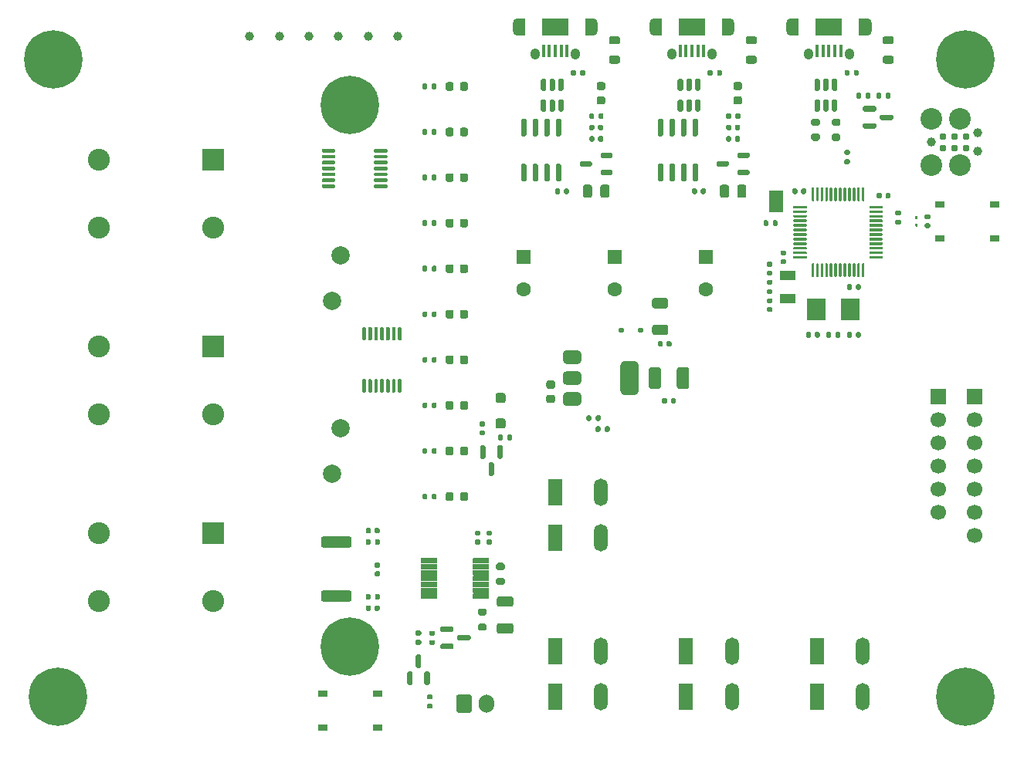
<source format=gts>
G04 #@! TF.GenerationSoftware,KiCad,Pcbnew,9.0.1+1*
G04 #@! TF.CreationDate,2025-05-10T12:42:28+00:00*
G04 #@! TF.ProjectId,akkupack-ng,616b6b75-7061-4636-9b2d-6e672e6b6963,rev?*
G04 #@! TF.SameCoordinates,Original*
G04 #@! TF.FileFunction,Soldermask,Top*
G04 #@! TF.FilePolarity,Negative*
%FSLAX46Y46*%
G04 Gerber Fmt 4.6, Leading zero omitted, Abs format (unit mm)*
G04 Created by KiCad (PCBNEW 9.0.1+1) date 2025-05-10 12:42:28*
%MOMM*%
%LPD*%
G01*
G04 APERTURE LIST*
%ADD10C,1.000000*%
%ADD11R,1.000000X0.750000*%
%ADD12R,2.413000X2.413000*%
%ADD13C,2.413000*%
%ADD14R,1.700000X1.700000*%
%ADD15C,1.700000*%
%ADD16C,6.400000*%
%ADD17C,2.374900*%
%ADD18C,0.990600*%
%ADD19C,0.787400*%
%ADD20R,1.500000X3.000000*%
%ADD21O,1.500000X3.000000*%
%ADD22R,0.400000X1.350000*%
%ADD23O,1.000000X1.900000*%
%ADD24R,0.875000X1.900000*%
%ADD25O,1.050000X1.250000*%
%ADD26R,2.900000X1.900000*%
%ADD27C,2.000000*%
%ADD28R,2.000000X2.400000*%
%ADD29R,1.600000X1.600000*%
%ADD30C,1.600000*%
%ADD31R,1.800000X1.000000*%
%ADD32O,1.700000X2.000000*%
%ADD33R,1.500000X1.000000*%
G04 APERTURE END LIST*
G36*
X133450000Y-65750000D02*
G01*
X134950000Y-65750000D01*
X134950000Y-65450000D01*
X133450000Y-65450000D01*
X133450000Y-65750000D01*
G37*
G36*
G01*
X102757000Y-108673700D02*
X102757000Y-109226300D01*
G75*
G02*
X102726300Y-109257000I-30700J0D01*
G01*
X101013700Y-109257000D01*
G75*
G02*
X100983000Y-109226300I0J30700D01*
G01*
X100983000Y-108673700D01*
G75*
G02*
X101013700Y-108643000I30700J0D01*
G01*
X102726300Y-108643000D01*
G75*
G02*
X102757000Y-108673700I0J-30700D01*
G01*
G37*
G36*
G01*
X102757000Y-108023700D02*
X102757000Y-108576300D01*
G75*
G02*
X102726300Y-108607000I-30700J0D01*
G01*
X101013700Y-108607000D01*
G75*
G02*
X100983000Y-108576300I0J30700D01*
G01*
X100983000Y-108023700D01*
G75*
G02*
X101013700Y-107993000I30700J0D01*
G01*
X102726300Y-107993000D01*
G75*
G02*
X102757000Y-108023700I0J-30700D01*
G01*
G37*
G36*
G01*
X102757000Y-107373700D02*
X102757000Y-107926300D01*
G75*
G02*
X102726300Y-107957000I-30700J0D01*
G01*
X101013700Y-107957000D01*
G75*
G02*
X100983000Y-107926300I0J30700D01*
G01*
X100983000Y-107373700D01*
G75*
G02*
X101013700Y-107343000I30700J0D01*
G01*
X102726300Y-107343000D01*
G75*
G02*
X102757000Y-107373700I0J-30700D01*
G01*
G37*
G36*
G01*
X102757000Y-106723700D02*
X102757000Y-107276300D01*
G75*
G02*
X102726300Y-107307000I-30700J0D01*
G01*
X101013700Y-107307000D01*
G75*
G02*
X100983000Y-107276300I0J30700D01*
G01*
X100983000Y-106723700D01*
G75*
G02*
X101013700Y-106693000I30700J0D01*
G01*
X102726300Y-106693000D01*
G75*
G02*
X102757000Y-106723700I0J-30700D01*
G01*
G37*
G36*
G01*
X102757000Y-106073700D02*
X102757000Y-106626300D01*
G75*
G02*
X102726300Y-106657000I-30700J0D01*
G01*
X101013700Y-106657000D01*
G75*
G02*
X100983000Y-106626300I0J30700D01*
G01*
X100983000Y-106073700D01*
G75*
G02*
X101013700Y-106043000I30700J0D01*
G01*
X102726300Y-106043000D01*
G75*
G02*
X102757000Y-106073700I0J-30700D01*
G01*
G37*
G36*
G01*
X102757000Y-105423700D02*
X102757000Y-105976300D01*
G75*
G02*
X102726300Y-106007000I-30700J0D01*
G01*
X101013700Y-106007000D01*
G75*
G02*
X100983000Y-105976300I0J30700D01*
G01*
X100983000Y-105423700D01*
G75*
G02*
X101013700Y-105393000I30700J0D01*
G01*
X102726300Y-105393000D01*
G75*
G02*
X102757000Y-105423700I0J-30700D01*
G01*
G37*
G36*
G01*
X102757000Y-104773700D02*
X102757000Y-105326300D01*
G75*
G02*
X102726300Y-105357000I-30700J0D01*
G01*
X101013700Y-105357000D01*
G75*
G02*
X100983000Y-105326300I0J30700D01*
G01*
X100983000Y-104773700D01*
G75*
G02*
X101013700Y-104743000I30700J0D01*
G01*
X102726300Y-104743000D01*
G75*
G02*
X102757000Y-104773700I0J-30700D01*
G01*
G37*
G36*
G01*
X97017000Y-104773700D02*
X97017000Y-105326300D01*
G75*
G02*
X96986300Y-105357000I-30700J0D01*
G01*
X95273700Y-105357000D01*
G75*
G02*
X95243000Y-105326300I0J30700D01*
G01*
X95243000Y-104773700D01*
G75*
G02*
X95273700Y-104743000I30700J0D01*
G01*
X96986300Y-104743000D01*
G75*
G02*
X97017000Y-104773700I0J-30700D01*
G01*
G37*
G36*
G01*
X97017000Y-105423700D02*
X97017000Y-105976300D01*
G75*
G02*
X96986300Y-106007000I-30700J0D01*
G01*
X95273700Y-106007000D01*
G75*
G02*
X95243000Y-105976300I0J30700D01*
G01*
X95243000Y-105423700D01*
G75*
G02*
X95273700Y-105393000I30700J0D01*
G01*
X96986300Y-105393000D01*
G75*
G02*
X97017000Y-105423700I0J-30700D01*
G01*
G37*
G36*
G01*
X97017000Y-106073700D02*
X97017000Y-106626300D01*
G75*
G02*
X96986300Y-106657000I-30700J0D01*
G01*
X95273700Y-106657000D01*
G75*
G02*
X95243000Y-106626300I0J30700D01*
G01*
X95243000Y-106073700D01*
G75*
G02*
X95273700Y-106043000I30700J0D01*
G01*
X96986300Y-106043000D01*
G75*
G02*
X97017000Y-106073700I0J-30700D01*
G01*
G37*
G36*
G01*
X97017000Y-106723700D02*
X97017000Y-107276300D01*
G75*
G02*
X96986300Y-107307000I-30700J0D01*
G01*
X95273700Y-107307000D01*
G75*
G02*
X95243000Y-107276300I0J30700D01*
G01*
X95243000Y-106723700D01*
G75*
G02*
X95273700Y-106693000I30700J0D01*
G01*
X96986300Y-106693000D01*
G75*
G02*
X97017000Y-106723700I0J-30700D01*
G01*
G37*
G36*
G01*
X97017000Y-107373700D02*
X97017000Y-107926300D01*
G75*
G02*
X96986300Y-107957000I-30700J0D01*
G01*
X95273700Y-107957000D01*
G75*
G02*
X95243000Y-107926300I0J30700D01*
G01*
X95243000Y-107373700D01*
G75*
G02*
X95273700Y-107343000I30700J0D01*
G01*
X96986300Y-107343000D01*
G75*
G02*
X97017000Y-107373700I0J-30700D01*
G01*
G37*
G36*
G01*
X97017000Y-108023700D02*
X97017000Y-108576300D01*
G75*
G02*
X96986300Y-108607000I-30700J0D01*
G01*
X95273700Y-108607000D01*
G75*
G02*
X95243000Y-108576300I0J30700D01*
G01*
X95243000Y-108023700D01*
G75*
G02*
X95273700Y-107993000I30700J0D01*
G01*
X96986300Y-107993000D01*
G75*
G02*
X97017000Y-108023700I0J-30700D01*
G01*
G37*
G36*
G01*
X97017000Y-108673700D02*
X97017000Y-109226300D01*
G75*
G02*
X96986300Y-109257000I-30700J0D01*
G01*
X95273700Y-109257000D01*
G75*
G02*
X95243000Y-109226300I0J30700D01*
G01*
X95243000Y-108673700D01*
G75*
G02*
X95273700Y-108643000I30700J0D01*
G01*
X96986300Y-108643000D01*
G75*
G02*
X97017000Y-108673700I0J-30700D01*
G01*
G37*
G36*
G01*
X139720000Y-80435000D02*
X139720000Y-80065000D01*
G75*
G02*
X139855000Y-79930000I135000J0D01*
G01*
X140125000Y-79930000D01*
G75*
G02*
X140260000Y-80065000I0J-135000D01*
G01*
X140260000Y-80435000D01*
G75*
G02*
X140125000Y-80570000I-135000J0D01*
G01*
X139855000Y-80570000D01*
G75*
G02*
X139720000Y-80435000I0J135000D01*
G01*
G37*
G36*
G01*
X140740000Y-80435000D02*
X140740000Y-80065000D01*
G75*
G02*
X140875000Y-79930000I135000J0D01*
G01*
X141145000Y-79930000D01*
G75*
G02*
X141280000Y-80065000I0J-135000D01*
G01*
X141280000Y-80435000D01*
G75*
G02*
X141145000Y-80570000I-135000J0D01*
G01*
X140875000Y-80570000D01*
G75*
G02*
X140740000Y-80435000I0J135000D01*
G01*
G37*
G36*
G01*
X102170000Y-91280000D02*
X101830000Y-91280000D01*
G75*
G02*
X101690000Y-91140000I0J140000D01*
G01*
X101690000Y-90860000D01*
G75*
G02*
X101830000Y-90720000I140000J0D01*
G01*
X102170000Y-90720000D01*
G75*
G02*
X102310000Y-90860000I0J-140000D01*
G01*
X102310000Y-91140000D01*
G75*
G02*
X102170000Y-91280000I-140000J0D01*
G01*
G37*
G36*
G01*
X102170000Y-90320000D02*
X101830000Y-90320000D01*
G75*
G02*
X101690000Y-90180000I0J140000D01*
G01*
X101690000Y-89900000D01*
G75*
G02*
X101830000Y-89760000I140000J0D01*
G01*
X102170000Y-89760000D01*
G75*
G02*
X102310000Y-89900000I0J-140000D01*
G01*
X102310000Y-90180000D01*
G75*
G02*
X102170000Y-90320000I-140000J0D01*
G01*
G37*
G36*
G01*
X96992500Y-57815000D02*
X96992500Y-58185000D01*
G75*
G02*
X96857500Y-58320000I-135000J0D01*
G01*
X96587500Y-58320000D01*
G75*
G02*
X96452500Y-58185000I0J135000D01*
G01*
X96452500Y-57815000D01*
G75*
G02*
X96587500Y-57680000I135000J0D01*
G01*
X96857500Y-57680000D01*
G75*
G02*
X96992500Y-57815000I0J-135000D01*
G01*
G37*
G36*
G01*
X95972500Y-57815000D02*
X95972500Y-58185000D01*
G75*
G02*
X95837500Y-58320000I-135000J0D01*
G01*
X95567500Y-58320000D01*
G75*
G02*
X95432500Y-58185000I0J135000D01*
G01*
X95432500Y-57815000D01*
G75*
G02*
X95567500Y-57680000I135000J0D01*
G01*
X95837500Y-57680000D01*
G75*
G02*
X95972500Y-57815000I0J-135000D01*
G01*
G37*
G36*
G01*
X96992500Y-97815000D02*
X96992500Y-98185000D01*
G75*
G02*
X96857500Y-98320000I-135000J0D01*
G01*
X96587500Y-98320000D01*
G75*
G02*
X96452500Y-98185000I0J135000D01*
G01*
X96452500Y-97815000D01*
G75*
G02*
X96587500Y-97680000I135000J0D01*
G01*
X96857500Y-97680000D01*
G75*
G02*
X96992500Y-97815000I0J-135000D01*
G01*
G37*
G36*
G01*
X95972500Y-97815000D02*
X95972500Y-98185000D01*
G75*
G02*
X95837500Y-98320000I-135000J0D01*
G01*
X95567500Y-98320000D01*
G75*
G02*
X95432500Y-98185000I0J135000D01*
G01*
X95432500Y-97815000D01*
G75*
G02*
X95567500Y-97680000I135000J0D01*
G01*
X95837500Y-97680000D01*
G75*
G02*
X95972500Y-97815000I0J-135000D01*
G01*
G37*
G36*
G01*
X103850000Y-108950000D02*
X105150000Y-108950000D01*
G75*
G02*
X105400000Y-109200000I0J-250000D01*
G01*
X105400000Y-109850000D01*
G75*
G02*
X105150000Y-110100000I-250000J0D01*
G01*
X103850000Y-110100000D01*
G75*
G02*
X103600000Y-109850000I0J250000D01*
G01*
X103600000Y-109200000D01*
G75*
G02*
X103850000Y-108950000I250000J0D01*
G01*
G37*
G36*
G01*
X103850000Y-111900000D02*
X105150000Y-111900000D01*
G75*
G02*
X105400000Y-112150000I0J-250000D01*
G01*
X105400000Y-112800000D01*
G75*
G02*
X105150000Y-113050000I-250000J0D01*
G01*
X103850000Y-113050000D01*
G75*
G02*
X103600000Y-112800000I0J250000D01*
G01*
X103600000Y-112150000D01*
G75*
G02*
X103850000Y-111900000I250000J0D01*
G01*
G37*
G36*
G01*
X113050000Y-64975000D02*
X113050000Y-64025000D01*
G75*
G02*
X113300000Y-63775000I250000J0D01*
G01*
X113800000Y-63775000D01*
G75*
G02*
X114050000Y-64025000I0J-250000D01*
G01*
X114050000Y-64975000D01*
G75*
G02*
X113800000Y-65225000I-250000J0D01*
G01*
X113300000Y-65225000D01*
G75*
G02*
X113050000Y-64975000I0J250000D01*
G01*
G37*
G36*
G01*
X114950000Y-64975000D02*
X114950000Y-64025000D01*
G75*
G02*
X115200000Y-63775000I250000J0D01*
G01*
X115700000Y-63775000D01*
G75*
G02*
X115950000Y-64025000I0J-250000D01*
G01*
X115950000Y-64975000D01*
G75*
G02*
X115700000Y-65225000I-250000J0D01*
G01*
X115200000Y-65225000D01*
G75*
G02*
X114950000Y-64975000I0J250000D01*
G01*
G37*
G36*
G01*
X111720000Y-51685000D02*
X111720000Y-51315000D01*
G75*
G02*
X111855000Y-51180000I135000J0D01*
G01*
X112125000Y-51180000D01*
G75*
G02*
X112260000Y-51315000I0J-135000D01*
G01*
X112260000Y-51685000D01*
G75*
G02*
X112125000Y-51820000I-135000J0D01*
G01*
X111855000Y-51820000D01*
G75*
G02*
X111720000Y-51685000I0J135000D01*
G01*
G37*
G36*
G01*
X112740000Y-51685000D02*
X112740000Y-51315000D01*
G75*
G02*
X112875000Y-51180000I135000J0D01*
G01*
X113145000Y-51180000D01*
G75*
G02*
X113280000Y-51315000I0J-135000D01*
G01*
X113280000Y-51685000D01*
G75*
G02*
X113145000Y-51820000I-135000J0D01*
G01*
X112875000Y-51820000D01*
G75*
G02*
X112740000Y-51685000I0J135000D01*
G01*
G37*
D10*
X92750000Y-47500000D03*
G36*
G01*
X102920000Y-103260000D02*
X102580000Y-103260000D01*
G75*
G02*
X102440000Y-103120000I0J140000D01*
G01*
X102440000Y-102840000D01*
G75*
G02*
X102580000Y-102700000I140000J0D01*
G01*
X102920000Y-102700000D01*
G75*
G02*
X103060000Y-102840000I0J-140000D01*
G01*
X103060000Y-103120000D01*
G75*
G02*
X102920000Y-103260000I-140000J0D01*
G01*
G37*
G36*
G01*
X102920000Y-102300000D02*
X102580000Y-102300000D01*
G75*
G02*
X102440000Y-102160000I0J140000D01*
G01*
X102440000Y-101880000D01*
G75*
G02*
X102580000Y-101740000I140000J0D01*
G01*
X102920000Y-101740000D01*
G75*
G02*
X103060000Y-101880000I0J-140000D01*
G01*
X103060000Y-102160000D01*
G75*
G02*
X102920000Y-102300000I-140000J0D01*
G01*
G37*
G36*
G01*
X97987500Y-68256250D02*
X97987500Y-67743750D01*
G75*
G02*
X98206250Y-67525000I218750J0D01*
G01*
X98643750Y-67525000D01*
G75*
G02*
X98862500Y-67743750I0J-218750D01*
G01*
X98862500Y-68256250D01*
G75*
G02*
X98643750Y-68475000I-218750J0D01*
G01*
X98206250Y-68475000D01*
G75*
G02*
X97987500Y-68256250I0J218750D01*
G01*
G37*
G36*
G01*
X99562500Y-68256250D02*
X99562500Y-67743750D01*
G75*
G02*
X99781250Y-67525000I218750J0D01*
G01*
X100218750Y-67525000D01*
G75*
G02*
X100437500Y-67743750I0J-218750D01*
G01*
X100437500Y-68256250D01*
G75*
G02*
X100218750Y-68475000I-218750J0D01*
G01*
X99781250Y-68475000D01*
G75*
G02*
X99562500Y-68256250I0J218750D01*
G01*
G37*
G36*
G01*
X143725000Y-55600000D02*
X143725000Y-55300000D01*
G75*
G02*
X143875000Y-55150000I150000J0D01*
G01*
X145050000Y-55150000D01*
G75*
G02*
X145200000Y-55300000I0J-150000D01*
G01*
X145200000Y-55600000D01*
G75*
G02*
X145050000Y-55750000I-150000J0D01*
G01*
X143875000Y-55750000D01*
G75*
G02*
X143725000Y-55600000I0J150000D01*
G01*
G37*
G36*
G01*
X143725000Y-57500000D02*
X143725000Y-57200000D01*
G75*
G02*
X143875000Y-57050000I150000J0D01*
G01*
X145050000Y-57050000D01*
G75*
G02*
X145200000Y-57200000I0J-150000D01*
G01*
X145200000Y-57500000D01*
G75*
G02*
X145050000Y-57650000I-150000J0D01*
G01*
X143875000Y-57650000D01*
G75*
G02*
X143725000Y-57500000I0J150000D01*
G01*
G37*
G36*
G01*
X145600000Y-56550000D02*
X145600000Y-56250000D01*
G75*
G02*
X145750000Y-56100000I150000J0D01*
G01*
X146925000Y-56100000D01*
G75*
G02*
X147075000Y-56250000I0J-150000D01*
G01*
X147075000Y-56550000D01*
G75*
G02*
X146925000Y-56700000I-150000J0D01*
G01*
X145750000Y-56700000D01*
G75*
G02*
X145600000Y-56550000I0J150000D01*
G01*
G37*
G36*
G01*
X96992500Y-77815000D02*
X96992500Y-78185000D01*
G75*
G02*
X96857500Y-78320000I-135000J0D01*
G01*
X96587500Y-78320000D01*
G75*
G02*
X96452500Y-78185000I0J135000D01*
G01*
X96452500Y-77815000D01*
G75*
G02*
X96587500Y-77680000I135000J0D01*
G01*
X96857500Y-77680000D01*
G75*
G02*
X96992500Y-77815000I0J-135000D01*
G01*
G37*
G36*
G01*
X95972500Y-77815000D02*
X95972500Y-78185000D01*
G75*
G02*
X95837500Y-78320000I-135000J0D01*
G01*
X95567500Y-78320000D01*
G75*
G02*
X95432500Y-78185000I0J135000D01*
G01*
X95432500Y-77815000D01*
G75*
G02*
X95567500Y-77680000I135000J0D01*
G01*
X95837500Y-77680000D01*
G75*
G02*
X95972500Y-77815000I0J-135000D01*
G01*
G37*
X89500000Y-47500000D03*
D11*
X152200000Y-65925000D03*
X158200000Y-65925000D03*
X152200000Y-69675000D03*
X158200000Y-69675000D03*
G36*
G01*
X150630000Y-67040000D02*
X150970000Y-67040000D01*
G75*
G02*
X151110000Y-67180000I0J-140000D01*
G01*
X151110000Y-67460000D01*
G75*
G02*
X150970000Y-67600000I-140000J0D01*
G01*
X150630000Y-67600000D01*
G75*
G02*
X150490000Y-67460000I0J140000D01*
G01*
X150490000Y-67180000D01*
G75*
G02*
X150630000Y-67040000I140000J0D01*
G01*
G37*
G36*
G01*
X150630000Y-68000000D02*
X150970000Y-68000000D01*
G75*
G02*
X151110000Y-68140000I0J-140000D01*
G01*
X151110000Y-68420000D01*
G75*
G02*
X150970000Y-68560000I-140000J0D01*
G01*
X150630000Y-68560000D01*
G75*
G02*
X150490000Y-68420000I0J140000D01*
G01*
X150490000Y-68140000D01*
G75*
G02*
X150630000Y-68000000I140000J0D01*
G01*
G37*
G36*
G01*
X116300000Y-62300000D02*
X116300000Y-62600000D01*
G75*
G02*
X116150000Y-62750000I-150000J0D01*
G01*
X115125000Y-62750000D01*
G75*
G02*
X114975000Y-62600000I0J150000D01*
G01*
X114975000Y-62300000D01*
G75*
G02*
X115125000Y-62150000I150000J0D01*
G01*
X116150000Y-62150000D01*
G75*
G02*
X116300000Y-62300000I0J-150000D01*
G01*
G37*
G36*
G01*
X116300000Y-60400000D02*
X116300000Y-60700000D01*
G75*
G02*
X116150000Y-60850000I-150000J0D01*
G01*
X115125000Y-60850000D01*
G75*
G02*
X114975000Y-60700000I0J150000D01*
G01*
X114975000Y-60400000D01*
G75*
G02*
X115125000Y-60250000I150000J0D01*
G01*
X116150000Y-60250000D01*
G75*
G02*
X116300000Y-60400000I0J-150000D01*
G01*
G37*
G36*
G01*
X114025000Y-61350000D02*
X114025000Y-61650000D01*
G75*
G02*
X113875000Y-61800000I-150000J0D01*
G01*
X112850000Y-61800000D01*
G75*
G02*
X112700000Y-61650000I0J150000D01*
G01*
X112700000Y-61350000D01*
G75*
G02*
X112850000Y-61200000I150000J0D01*
G01*
X113875000Y-61200000D01*
G75*
G02*
X114025000Y-61350000I0J-150000D01*
G01*
G37*
G36*
G01*
X90670000Y-106760000D02*
X90330000Y-106760000D01*
G75*
G02*
X90190000Y-106620000I0J140000D01*
G01*
X90190000Y-106340000D01*
G75*
G02*
X90330000Y-106200000I140000J0D01*
G01*
X90670000Y-106200000D01*
G75*
G02*
X90810000Y-106340000I0J-140000D01*
G01*
X90810000Y-106620000D01*
G75*
G02*
X90670000Y-106760000I-140000J0D01*
G01*
G37*
G36*
G01*
X90670000Y-105800000D02*
X90330000Y-105800000D01*
G75*
G02*
X90190000Y-105660000I0J140000D01*
G01*
X90190000Y-105380000D01*
G75*
G02*
X90330000Y-105240000I140000J0D01*
G01*
X90670000Y-105240000D01*
G75*
G02*
X90810000Y-105380000I0J-140000D01*
G01*
X90810000Y-105660000D01*
G75*
G02*
X90670000Y-105800000I-140000J0D01*
G01*
G37*
G36*
G01*
X90760000Y-101580000D02*
X90760000Y-101920000D01*
G75*
G02*
X90620000Y-102060000I-140000J0D01*
G01*
X90340000Y-102060000D01*
G75*
G02*
X90200000Y-101920000I0J140000D01*
G01*
X90200000Y-101580000D01*
G75*
G02*
X90340000Y-101440000I140000J0D01*
G01*
X90620000Y-101440000D01*
G75*
G02*
X90760000Y-101580000I0J-140000D01*
G01*
G37*
G36*
G01*
X89800000Y-101580000D02*
X89800000Y-101920000D01*
G75*
G02*
X89660000Y-102060000I-140000J0D01*
G01*
X89380000Y-102060000D01*
G75*
G02*
X89240000Y-101920000I0J140000D01*
G01*
X89240000Y-101580000D01*
G75*
G02*
X89380000Y-101440000I140000J0D01*
G01*
X89660000Y-101440000D01*
G75*
G02*
X89800000Y-101580000I0J-140000D01*
G01*
G37*
G36*
G01*
X137510000Y-64330000D02*
X137510000Y-64670000D01*
G75*
G02*
X137370000Y-64810000I-140000J0D01*
G01*
X137090000Y-64810000D01*
G75*
G02*
X136950000Y-64670000I0J140000D01*
G01*
X136950000Y-64330000D01*
G75*
G02*
X137090000Y-64190000I140000J0D01*
G01*
X137370000Y-64190000D01*
G75*
G02*
X137510000Y-64330000I0J-140000D01*
G01*
G37*
G36*
G01*
X136550000Y-64330000D02*
X136550000Y-64670000D01*
G75*
G02*
X136410000Y-64810000I-140000J0D01*
G01*
X136130000Y-64810000D01*
G75*
G02*
X135990000Y-64670000I0J140000D01*
G01*
X135990000Y-64330000D01*
G75*
G02*
X136130000Y-64190000I140000J0D01*
G01*
X136410000Y-64190000D01*
G75*
G02*
X136550000Y-64330000I0J-140000D01*
G01*
G37*
G36*
G01*
X96992500Y-82815000D02*
X96992500Y-83185000D01*
G75*
G02*
X96857500Y-83320000I-135000J0D01*
G01*
X96587500Y-83320000D01*
G75*
G02*
X96452500Y-83185000I0J135000D01*
G01*
X96452500Y-82815000D01*
G75*
G02*
X96587500Y-82680000I135000J0D01*
G01*
X96857500Y-82680000D01*
G75*
G02*
X96992500Y-82815000I0J-135000D01*
G01*
G37*
G36*
G01*
X95972500Y-82815000D02*
X95972500Y-83185000D01*
G75*
G02*
X95837500Y-83320000I-135000J0D01*
G01*
X95567500Y-83320000D01*
G75*
G02*
X95432500Y-83185000I0J135000D01*
G01*
X95432500Y-82815000D01*
G75*
G02*
X95567500Y-82680000I135000J0D01*
G01*
X95837500Y-82680000D01*
G75*
G02*
X95972500Y-82815000I0J-135000D01*
G01*
G37*
G36*
G01*
X120252500Y-85945000D02*
X120252500Y-84055000D01*
G75*
G02*
X120502500Y-83805000I250000J0D01*
G01*
X121342500Y-83805000D01*
G75*
G02*
X121592500Y-84055000I0J-250000D01*
G01*
X121592500Y-85945000D01*
G75*
G02*
X121342500Y-86195000I-250000J0D01*
G01*
X120502500Y-86195000D01*
G75*
G02*
X120252500Y-85945000I0J250000D01*
G01*
G37*
G36*
G01*
X123332500Y-85945000D02*
X123332500Y-84055000D01*
G75*
G02*
X123582500Y-83805000I250000J0D01*
G01*
X124422500Y-83805000D01*
G75*
G02*
X124672500Y-84055000I0J-250000D01*
G01*
X124672500Y-85945000D01*
G75*
G02*
X124422500Y-86195000I-250000J0D01*
G01*
X123582500Y-86195000D01*
G75*
G02*
X123332500Y-85945000I0J250000D01*
G01*
G37*
G36*
G01*
X143020000Y-54185000D02*
X143020000Y-53815000D01*
G75*
G02*
X143155000Y-53680000I135000J0D01*
G01*
X143425000Y-53680000D01*
G75*
G02*
X143560000Y-53815000I0J-135000D01*
G01*
X143560000Y-54185000D01*
G75*
G02*
X143425000Y-54320000I-135000J0D01*
G01*
X143155000Y-54320000D01*
G75*
G02*
X143020000Y-54185000I0J135000D01*
G01*
G37*
G36*
G01*
X144040000Y-54185000D02*
X144040000Y-53815000D01*
G75*
G02*
X144175000Y-53680000I135000J0D01*
G01*
X144445000Y-53680000D01*
G75*
G02*
X144580000Y-53815000I0J-135000D01*
G01*
X144580000Y-54185000D01*
G75*
G02*
X144445000Y-54320000I-135000J0D01*
G01*
X144175000Y-54320000D01*
G75*
G02*
X144040000Y-54185000I0J135000D01*
G01*
G37*
D12*
X72500000Y-61000000D03*
D13*
X60000000Y-61000000D03*
X72500000Y-68500000D03*
X60000000Y-68500000D03*
D14*
X152000000Y-87000000D03*
D15*
X152000000Y-89540000D03*
X152000000Y-92080000D03*
X152000000Y-94620000D03*
X152000000Y-97160000D03*
X152000000Y-99700000D03*
G36*
G01*
X122125000Y-80275000D02*
X120875000Y-80275000D01*
G75*
G02*
X120625000Y-80025000I0J250000D01*
G01*
X120625000Y-79400000D01*
G75*
G02*
X120875000Y-79150000I250000J0D01*
G01*
X122125000Y-79150000D01*
G75*
G02*
X122375000Y-79400000I0J-250000D01*
G01*
X122375000Y-80025000D01*
G75*
G02*
X122125000Y-80275000I-250000J0D01*
G01*
G37*
G36*
G01*
X122125000Y-77350000D02*
X120875000Y-77350000D01*
G75*
G02*
X120625000Y-77100000I0J250000D01*
G01*
X120625000Y-76475000D01*
G75*
G02*
X120875000Y-76225000I250000J0D01*
G01*
X122125000Y-76225000D01*
G75*
G02*
X122375000Y-76475000I0J-250000D01*
G01*
X122375000Y-77100000D01*
G75*
G02*
X122125000Y-77350000I-250000J0D01*
G01*
G37*
G36*
G01*
X97987500Y-53256250D02*
X97987500Y-52743750D01*
G75*
G02*
X98206250Y-52525000I218750J0D01*
G01*
X98643750Y-52525000D01*
G75*
G02*
X98862500Y-52743750I0J-218750D01*
G01*
X98862500Y-53256250D01*
G75*
G02*
X98643750Y-53475000I-218750J0D01*
G01*
X98206250Y-53475000D01*
G75*
G02*
X97987500Y-53256250I0J218750D01*
G01*
G37*
G36*
G01*
X99562500Y-53256250D02*
X99562500Y-52743750D01*
G75*
G02*
X99781250Y-52525000I218750J0D01*
G01*
X100218750Y-52525000D01*
G75*
G02*
X100437500Y-52743750I0J-218750D01*
G01*
X100437500Y-53256250D01*
G75*
G02*
X100218750Y-53475000I-218750J0D01*
G01*
X99781250Y-53475000D01*
G75*
G02*
X99562500Y-53256250I0J218750D01*
G01*
G37*
D14*
X156000000Y-87000000D03*
D15*
X156000000Y-89540000D03*
X156000000Y-92080000D03*
X156000000Y-94620000D03*
X156000000Y-97160000D03*
X156000000Y-99700000D03*
X156000000Y-102240000D03*
G36*
G01*
X105270000Y-91315000D02*
X105270000Y-91685000D01*
G75*
G02*
X105135000Y-91820000I-135000J0D01*
G01*
X104865000Y-91820000D01*
G75*
G02*
X104730000Y-91685000I0J135000D01*
G01*
X104730000Y-91315000D01*
G75*
G02*
X104865000Y-91180000I135000J0D01*
G01*
X105135000Y-91180000D01*
G75*
G02*
X105270000Y-91315000I0J-135000D01*
G01*
G37*
G36*
G01*
X104250000Y-91315000D02*
X104250000Y-91685000D01*
G75*
G02*
X104115000Y-91820000I-135000J0D01*
G01*
X103845000Y-91820000D01*
G75*
G02*
X103710000Y-91685000I0J135000D01*
G01*
X103710000Y-91315000D01*
G75*
G02*
X103845000Y-91180000I135000J0D01*
G01*
X104115000Y-91180000D01*
G75*
G02*
X104250000Y-91315000I0J-135000D01*
G01*
G37*
G36*
G01*
X97987500Y-93256250D02*
X97987500Y-92743750D01*
G75*
G02*
X98206250Y-92525000I218750J0D01*
G01*
X98643750Y-92525000D01*
G75*
G02*
X98862500Y-92743750I0J-218750D01*
G01*
X98862500Y-93256250D01*
G75*
G02*
X98643750Y-93475000I-218750J0D01*
G01*
X98206250Y-93475000D01*
G75*
G02*
X97987500Y-93256250I0J218750D01*
G01*
G37*
G36*
G01*
X99562500Y-93256250D02*
X99562500Y-92743750D01*
G75*
G02*
X99781250Y-92525000I218750J0D01*
G01*
X100218750Y-92525000D01*
G75*
G02*
X100437500Y-92743750I0J-218750D01*
G01*
X100437500Y-93256250D01*
G75*
G02*
X100218750Y-93475000I-218750J0D01*
G01*
X99781250Y-93475000D01*
G75*
G02*
X99562500Y-93256250I0J218750D01*
G01*
G37*
G36*
G01*
X110215000Y-56525000D02*
X110515000Y-56525000D01*
G75*
G02*
X110665000Y-56675000I0J-150000D01*
G01*
X110665000Y-58325000D01*
G75*
G02*
X110515000Y-58475000I-150000J0D01*
G01*
X110215000Y-58475000D01*
G75*
G02*
X110065000Y-58325000I0J150000D01*
G01*
X110065000Y-56675000D01*
G75*
G02*
X110215000Y-56525000I150000J0D01*
G01*
G37*
G36*
G01*
X108945000Y-56525000D02*
X109245000Y-56525000D01*
G75*
G02*
X109395000Y-56675000I0J-150000D01*
G01*
X109395000Y-58325000D01*
G75*
G02*
X109245000Y-58475000I-150000J0D01*
G01*
X108945000Y-58475000D01*
G75*
G02*
X108795000Y-58325000I0J150000D01*
G01*
X108795000Y-56675000D01*
G75*
G02*
X108945000Y-56525000I150000J0D01*
G01*
G37*
G36*
G01*
X107675000Y-56525000D02*
X107975000Y-56525000D01*
G75*
G02*
X108125000Y-56675000I0J-150000D01*
G01*
X108125000Y-58325000D01*
G75*
G02*
X107975000Y-58475000I-150000J0D01*
G01*
X107675000Y-58475000D01*
G75*
G02*
X107525000Y-58325000I0J150000D01*
G01*
X107525000Y-56675000D01*
G75*
G02*
X107675000Y-56525000I150000J0D01*
G01*
G37*
G36*
G01*
X106405000Y-56525000D02*
X106705000Y-56525000D01*
G75*
G02*
X106855000Y-56675000I0J-150000D01*
G01*
X106855000Y-58325000D01*
G75*
G02*
X106705000Y-58475000I-150000J0D01*
G01*
X106405000Y-58475000D01*
G75*
G02*
X106255000Y-58325000I0J150000D01*
G01*
X106255000Y-56675000D01*
G75*
G02*
X106405000Y-56525000I150000J0D01*
G01*
G37*
G36*
G01*
X106405000Y-61475000D02*
X106705000Y-61475000D01*
G75*
G02*
X106855000Y-61625000I0J-150000D01*
G01*
X106855000Y-63275000D01*
G75*
G02*
X106705000Y-63425000I-150000J0D01*
G01*
X106405000Y-63425000D01*
G75*
G02*
X106255000Y-63275000I0J150000D01*
G01*
X106255000Y-61625000D01*
G75*
G02*
X106405000Y-61475000I150000J0D01*
G01*
G37*
G36*
G01*
X107675000Y-61475000D02*
X107975000Y-61475000D01*
G75*
G02*
X108125000Y-61625000I0J-150000D01*
G01*
X108125000Y-63275000D01*
G75*
G02*
X107975000Y-63425000I-150000J0D01*
G01*
X107675000Y-63425000D01*
G75*
G02*
X107525000Y-63275000I0J150000D01*
G01*
X107525000Y-61625000D01*
G75*
G02*
X107675000Y-61475000I150000J0D01*
G01*
G37*
G36*
G01*
X108945000Y-61475000D02*
X109245000Y-61475000D01*
G75*
G02*
X109395000Y-61625000I0J-150000D01*
G01*
X109395000Y-63275000D01*
G75*
G02*
X109245000Y-63425000I-150000J0D01*
G01*
X108945000Y-63425000D01*
G75*
G02*
X108795000Y-63275000I0J150000D01*
G01*
X108795000Y-61625000D01*
G75*
G02*
X108945000Y-61475000I150000J0D01*
G01*
G37*
G36*
G01*
X110215000Y-61475000D02*
X110515000Y-61475000D01*
G75*
G02*
X110665000Y-61625000I0J-150000D01*
G01*
X110665000Y-63275000D01*
G75*
G02*
X110515000Y-63425000I-150000J0D01*
G01*
X110215000Y-63425000D01*
G75*
G02*
X110065000Y-63275000I0J150000D01*
G01*
X110065000Y-61625000D01*
G75*
G02*
X110215000Y-61475000I150000J0D01*
G01*
G37*
G36*
G01*
X87425000Y-109537500D02*
X84575000Y-109537500D01*
G75*
G02*
X84325000Y-109287500I0J250000D01*
G01*
X84325000Y-108562500D01*
G75*
G02*
X84575000Y-108312500I250000J0D01*
G01*
X87425000Y-108312500D01*
G75*
G02*
X87675000Y-108562500I0J-250000D01*
G01*
X87675000Y-109287500D01*
G75*
G02*
X87425000Y-109537500I-250000J0D01*
G01*
G37*
G36*
G01*
X87425000Y-103612500D02*
X84575000Y-103612500D01*
G75*
G02*
X84325000Y-103362500I0J250000D01*
G01*
X84325000Y-102637500D01*
G75*
G02*
X84575000Y-102387500I250000J0D01*
G01*
X87425000Y-102387500D01*
G75*
G02*
X87675000Y-102637500I0J-250000D01*
G01*
X87675000Y-103362500D01*
G75*
G02*
X87425000Y-103612500I-250000J0D01*
G01*
G37*
G36*
G01*
X133315000Y-74220000D02*
X133685000Y-74220000D01*
G75*
G02*
X133820000Y-74355000I0J-135000D01*
G01*
X133820000Y-74625000D01*
G75*
G02*
X133685000Y-74760000I-135000J0D01*
G01*
X133315000Y-74760000D01*
G75*
G02*
X133180000Y-74625000I0J135000D01*
G01*
X133180000Y-74355000D01*
G75*
G02*
X133315000Y-74220000I135000J0D01*
G01*
G37*
G36*
G01*
X133315000Y-75240000D02*
X133685000Y-75240000D01*
G75*
G02*
X133820000Y-75375000I0J-135000D01*
G01*
X133820000Y-75645000D01*
G75*
G02*
X133685000Y-75780000I-135000J0D01*
G01*
X133315000Y-75780000D01*
G75*
G02*
X133180000Y-75645000I0J135000D01*
G01*
X133180000Y-75375000D01*
G75*
G02*
X133315000Y-75240000I135000J0D01*
G01*
G37*
D16*
X155000000Y-120000000D03*
G36*
G01*
X109990000Y-64670000D02*
X109990000Y-64330000D01*
G75*
G02*
X110130000Y-64190000I140000J0D01*
G01*
X110410000Y-64190000D01*
G75*
G02*
X110550000Y-64330000I0J-140000D01*
G01*
X110550000Y-64670000D01*
G75*
G02*
X110410000Y-64810000I-140000J0D01*
G01*
X110130000Y-64810000D01*
G75*
G02*
X109990000Y-64670000I0J140000D01*
G01*
G37*
G36*
G01*
X110950000Y-64670000D02*
X110950000Y-64330000D01*
G75*
G02*
X111090000Y-64190000I140000J0D01*
G01*
X111370000Y-64190000D01*
G75*
G02*
X111510000Y-64330000I0J-140000D01*
G01*
X111510000Y-64670000D01*
G75*
G02*
X111370000Y-64810000I-140000J0D01*
G01*
X111090000Y-64810000D01*
G75*
G02*
X110950000Y-64670000I0J140000D01*
G01*
G37*
G36*
G01*
X89150000Y-86600000D02*
X88950000Y-86600000D01*
G75*
G02*
X88850000Y-86500000I0J100000D01*
G01*
X88850000Y-85225000D01*
G75*
G02*
X88950000Y-85125000I100000J0D01*
G01*
X89150000Y-85125000D01*
G75*
G02*
X89250000Y-85225000I0J-100000D01*
G01*
X89250000Y-86500000D01*
G75*
G02*
X89150000Y-86600000I-100000J0D01*
G01*
G37*
G36*
G01*
X89800000Y-86600000D02*
X89600000Y-86600000D01*
G75*
G02*
X89500000Y-86500000I0J100000D01*
G01*
X89500000Y-85225000D01*
G75*
G02*
X89600000Y-85125000I100000J0D01*
G01*
X89800000Y-85125000D01*
G75*
G02*
X89900000Y-85225000I0J-100000D01*
G01*
X89900000Y-86500000D01*
G75*
G02*
X89800000Y-86600000I-100000J0D01*
G01*
G37*
G36*
G01*
X90450000Y-86600000D02*
X90250000Y-86600000D01*
G75*
G02*
X90150000Y-86500000I0J100000D01*
G01*
X90150000Y-85225000D01*
G75*
G02*
X90250000Y-85125000I100000J0D01*
G01*
X90450000Y-85125000D01*
G75*
G02*
X90550000Y-85225000I0J-100000D01*
G01*
X90550000Y-86500000D01*
G75*
G02*
X90450000Y-86600000I-100000J0D01*
G01*
G37*
G36*
G01*
X91100000Y-86600000D02*
X90900000Y-86600000D01*
G75*
G02*
X90800000Y-86500000I0J100000D01*
G01*
X90800000Y-85225000D01*
G75*
G02*
X90900000Y-85125000I100000J0D01*
G01*
X91100000Y-85125000D01*
G75*
G02*
X91200000Y-85225000I0J-100000D01*
G01*
X91200000Y-86500000D01*
G75*
G02*
X91100000Y-86600000I-100000J0D01*
G01*
G37*
G36*
G01*
X91750000Y-86600000D02*
X91550000Y-86600000D01*
G75*
G02*
X91450000Y-86500000I0J100000D01*
G01*
X91450000Y-85225000D01*
G75*
G02*
X91550000Y-85125000I100000J0D01*
G01*
X91750000Y-85125000D01*
G75*
G02*
X91850000Y-85225000I0J-100000D01*
G01*
X91850000Y-86500000D01*
G75*
G02*
X91750000Y-86600000I-100000J0D01*
G01*
G37*
G36*
G01*
X92400000Y-86600000D02*
X92200000Y-86600000D01*
G75*
G02*
X92100000Y-86500000I0J100000D01*
G01*
X92100000Y-85225000D01*
G75*
G02*
X92200000Y-85125000I100000J0D01*
G01*
X92400000Y-85125000D01*
G75*
G02*
X92500000Y-85225000I0J-100000D01*
G01*
X92500000Y-86500000D01*
G75*
G02*
X92400000Y-86600000I-100000J0D01*
G01*
G37*
G36*
G01*
X93050000Y-86600000D02*
X92850000Y-86600000D01*
G75*
G02*
X92750000Y-86500000I0J100000D01*
G01*
X92750000Y-85225000D01*
G75*
G02*
X92850000Y-85125000I100000J0D01*
G01*
X93050000Y-85125000D01*
G75*
G02*
X93150000Y-85225000I0J-100000D01*
G01*
X93150000Y-86500000D01*
G75*
G02*
X93050000Y-86600000I-100000J0D01*
G01*
G37*
G36*
G01*
X93050000Y-80875000D02*
X92850000Y-80875000D01*
G75*
G02*
X92750000Y-80775000I0J100000D01*
G01*
X92750000Y-79500000D01*
G75*
G02*
X92850000Y-79400000I100000J0D01*
G01*
X93050000Y-79400000D01*
G75*
G02*
X93150000Y-79500000I0J-100000D01*
G01*
X93150000Y-80775000D01*
G75*
G02*
X93050000Y-80875000I-100000J0D01*
G01*
G37*
G36*
G01*
X92400000Y-80875000D02*
X92200000Y-80875000D01*
G75*
G02*
X92100000Y-80775000I0J100000D01*
G01*
X92100000Y-79500000D01*
G75*
G02*
X92200000Y-79400000I100000J0D01*
G01*
X92400000Y-79400000D01*
G75*
G02*
X92500000Y-79500000I0J-100000D01*
G01*
X92500000Y-80775000D01*
G75*
G02*
X92400000Y-80875000I-100000J0D01*
G01*
G37*
G36*
G01*
X91750000Y-80875000D02*
X91550000Y-80875000D01*
G75*
G02*
X91450000Y-80775000I0J100000D01*
G01*
X91450000Y-79500000D01*
G75*
G02*
X91550000Y-79400000I100000J0D01*
G01*
X91750000Y-79400000D01*
G75*
G02*
X91850000Y-79500000I0J-100000D01*
G01*
X91850000Y-80775000D01*
G75*
G02*
X91750000Y-80875000I-100000J0D01*
G01*
G37*
G36*
G01*
X91100000Y-80875000D02*
X90900000Y-80875000D01*
G75*
G02*
X90800000Y-80775000I0J100000D01*
G01*
X90800000Y-79500000D01*
G75*
G02*
X90900000Y-79400000I100000J0D01*
G01*
X91100000Y-79400000D01*
G75*
G02*
X91200000Y-79500000I0J-100000D01*
G01*
X91200000Y-80775000D01*
G75*
G02*
X91100000Y-80875000I-100000J0D01*
G01*
G37*
G36*
G01*
X90450000Y-80875000D02*
X90250000Y-80875000D01*
G75*
G02*
X90150000Y-80775000I0J100000D01*
G01*
X90150000Y-79500000D01*
G75*
G02*
X90250000Y-79400000I100000J0D01*
G01*
X90450000Y-79400000D01*
G75*
G02*
X90550000Y-79500000I0J-100000D01*
G01*
X90550000Y-80775000D01*
G75*
G02*
X90450000Y-80875000I-100000J0D01*
G01*
G37*
G36*
G01*
X89800000Y-80875000D02*
X89600000Y-80875000D01*
G75*
G02*
X89500000Y-80775000I0J100000D01*
G01*
X89500000Y-79500000D01*
G75*
G02*
X89600000Y-79400000I100000J0D01*
G01*
X89800000Y-79400000D01*
G75*
G02*
X89900000Y-79500000I0J-100000D01*
G01*
X89900000Y-80775000D01*
G75*
G02*
X89800000Y-80875000I-100000J0D01*
G01*
G37*
G36*
G01*
X89150000Y-80875000D02*
X88950000Y-80875000D01*
G75*
G02*
X88850000Y-80775000I0J100000D01*
G01*
X88850000Y-79500000D01*
G75*
G02*
X88950000Y-79400000I100000J0D01*
G01*
X89150000Y-79400000D01*
G75*
G02*
X89250000Y-79500000I0J-100000D01*
G01*
X89250000Y-80775000D01*
G75*
G02*
X89150000Y-80875000I-100000J0D01*
G01*
G37*
G36*
G01*
X96315000Y-112730000D02*
X96685000Y-112730000D01*
G75*
G02*
X96820000Y-112865000I0J-135000D01*
G01*
X96820000Y-113135000D01*
G75*
G02*
X96685000Y-113270000I-135000J0D01*
G01*
X96315000Y-113270000D01*
G75*
G02*
X96180000Y-113135000I0J135000D01*
G01*
X96180000Y-112865000D01*
G75*
G02*
X96315000Y-112730000I135000J0D01*
G01*
G37*
G36*
G01*
X96315000Y-113750000D02*
X96685000Y-113750000D01*
G75*
G02*
X96820000Y-113885000I0J-135000D01*
G01*
X96820000Y-114155000D01*
G75*
G02*
X96685000Y-114290000I-135000J0D01*
G01*
X96315000Y-114290000D01*
G75*
G02*
X96180000Y-114155000I0J135000D01*
G01*
X96180000Y-113885000D01*
G75*
G02*
X96315000Y-113750000I135000J0D01*
G01*
G37*
D17*
X151210000Y-56575000D03*
D18*
X151210000Y-59115000D03*
D17*
X151210000Y-61655000D03*
X154385000Y-56575000D03*
X154385000Y-61655000D03*
D18*
X156290000Y-58099000D03*
X156290000Y-60131000D03*
D19*
X152480000Y-59750000D03*
X152480000Y-58480000D03*
X153750000Y-59750000D03*
X153750000Y-58480000D03*
X155020000Y-59750000D03*
X155020000Y-58480000D03*
G36*
G01*
X125215000Y-56525000D02*
X125515000Y-56525000D01*
G75*
G02*
X125665000Y-56675000I0J-150000D01*
G01*
X125665000Y-58325000D01*
G75*
G02*
X125515000Y-58475000I-150000J0D01*
G01*
X125215000Y-58475000D01*
G75*
G02*
X125065000Y-58325000I0J150000D01*
G01*
X125065000Y-56675000D01*
G75*
G02*
X125215000Y-56525000I150000J0D01*
G01*
G37*
G36*
G01*
X123945000Y-56525000D02*
X124245000Y-56525000D01*
G75*
G02*
X124395000Y-56675000I0J-150000D01*
G01*
X124395000Y-58325000D01*
G75*
G02*
X124245000Y-58475000I-150000J0D01*
G01*
X123945000Y-58475000D01*
G75*
G02*
X123795000Y-58325000I0J150000D01*
G01*
X123795000Y-56675000D01*
G75*
G02*
X123945000Y-56525000I150000J0D01*
G01*
G37*
G36*
G01*
X122675000Y-56525000D02*
X122975000Y-56525000D01*
G75*
G02*
X123125000Y-56675000I0J-150000D01*
G01*
X123125000Y-58325000D01*
G75*
G02*
X122975000Y-58475000I-150000J0D01*
G01*
X122675000Y-58475000D01*
G75*
G02*
X122525000Y-58325000I0J150000D01*
G01*
X122525000Y-56675000D01*
G75*
G02*
X122675000Y-56525000I150000J0D01*
G01*
G37*
G36*
G01*
X121405000Y-56525000D02*
X121705000Y-56525000D01*
G75*
G02*
X121855000Y-56675000I0J-150000D01*
G01*
X121855000Y-58325000D01*
G75*
G02*
X121705000Y-58475000I-150000J0D01*
G01*
X121405000Y-58475000D01*
G75*
G02*
X121255000Y-58325000I0J150000D01*
G01*
X121255000Y-56675000D01*
G75*
G02*
X121405000Y-56525000I150000J0D01*
G01*
G37*
G36*
G01*
X121405000Y-61475000D02*
X121705000Y-61475000D01*
G75*
G02*
X121855000Y-61625000I0J-150000D01*
G01*
X121855000Y-63275000D01*
G75*
G02*
X121705000Y-63425000I-150000J0D01*
G01*
X121405000Y-63425000D01*
G75*
G02*
X121255000Y-63275000I0J150000D01*
G01*
X121255000Y-61625000D01*
G75*
G02*
X121405000Y-61475000I150000J0D01*
G01*
G37*
G36*
G01*
X122675000Y-61475000D02*
X122975000Y-61475000D01*
G75*
G02*
X123125000Y-61625000I0J-150000D01*
G01*
X123125000Y-63275000D01*
G75*
G02*
X122975000Y-63425000I-150000J0D01*
G01*
X122675000Y-63425000D01*
G75*
G02*
X122525000Y-63275000I0J150000D01*
G01*
X122525000Y-61625000D01*
G75*
G02*
X122675000Y-61475000I150000J0D01*
G01*
G37*
G36*
G01*
X123945000Y-61475000D02*
X124245000Y-61475000D01*
G75*
G02*
X124395000Y-61625000I0J-150000D01*
G01*
X124395000Y-63275000D01*
G75*
G02*
X124245000Y-63425000I-150000J0D01*
G01*
X123945000Y-63425000D01*
G75*
G02*
X123795000Y-63275000I0J150000D01*
G01*
X123795000Y-61625000D01*
G75*
G02*
X123945000Y-61475000I150000J0D01*
G01*
G37*
G36*
G01*
X125215000Y-61475000D02*
X125515000Y-61475000D01*
G75*
G02*
X125665000Y-61625000I0J-150000D01*
G01*
X125665000Y-63275000D01*
G75*
G02*
X125515000Y-63425000I-150000J0D01*
G01*
X125215000Y-63425000D01*
G75*
G02*
X125065000Y-63275000I0J150000D01*
G01*
X125065000Y-61625000D01*
G75*
G02*
X125215000Y-61475000I150000J0D01*
G01*
G37*
D20*
X110000000Y-115000000D03*
X110000000Y-120000000D03*
D21*
X115000000Y-115000000D03*
X115000000Y-120000000D03*
G36*
G01*
X140470000Y-52150000D02*
X140770000Y-52150000D01*
G75*
G02*
X140920000Y-52300000I0J-150000D01*
G01*
X140920000Y-53325000D01*
G75*
G02*
X140770000Y-53475000I-150000J0D01*
G01*
X140470000Y-53475000D01*
G75*
G02*
X140320000Y-53325000I0J150000D01*
G01*
X140320000Y-52300000D01*
G75*
G02*
X140470000Y-52150000I150000J0D01*
G01*
G37*
G36*
G01*
X139520000Y-52150000D02*
X139820000Y-52150000D01*
G75*
G02*
X139970000Y-52300000I0J-150000D01*
G01*
X139970000Y-53325000D01*
G75*
G02*
X139820000Y-53475000I-150000J0D01*
G01*
X139520000Y-53475000D01*
G75*
G02*
X139370000Y-53325000I0J150000D01*
G01*
X139370000Y-52300000D01*
G75*
G02*
X139520000Y-52150000I150000J0D01*
G01*
G37*
G36*
G01*
X138570000Y-52150000D02*
X138870000Y-52150000D01*
G75*
G02*
X139020000Y-52300000I0J-150000D01*
G01*
X139020000Y-53325000D01*
G75*
G02*
X138870000Y-53475000I-150000J0D01*
G01*
X138570000Y-53475000D01*
G75*
G02*
X138420000Y-53325000I0J150000D01*
G01*
X138420000Y-52300000D01*
G75*
G02*
X138570000Y-52150000I150000J0D01*
G01*
G37*
G36*
G01*
X138570000Y-54425000D02*
X138870000Y-54425000D01*
G75*
G02*
X139020000Y-54575000I0J-150000D01*
G01*
X139020000Y-55600000D01*
G75*
G02*
X138870000Y-55750000I-150000J0D01*
G01*
X138570000Y-55750000D01*
G75*
G02*
X138420000Y-55600000I0J150000D01*
G01*
X138420000Y-54575000D01*
G75*
G02*
X138570000Y-54425000I150000J0D01*
G01*
G37*
G36*
G01*
X139520000Y-54425000D02*
X139820000Y-54425000D01*
G75*
G02*
X139970000Y-54575000I0J-150000D01*
G01*
X139970000Y-55600000D01*
G75*
G02*
X139820000Y-55750000I-150000J0D01*
G01*
X139520000Y-55750000D01*
G75*
G02*
X139370000Y-55600000I0J150000D01*
G01*
X139370000Y-54575000D01*
G75*
G02*
X139520000Y-54425000I150000J0D01*
G01*
G37*
G36*
G01*
X140470000Y-54425000D02*
X140770000Y-54425000D01*
G75*
G02*
X140920000Y-54575000I0J-150000D01*
G01*
X140920000Y-55600000D01*
G75*
G02*
X140770000Y-55750000I-150000J0D01*
G01*
X140470000Y-55750000D01*
G75*
G02*
X140320000Y-55600000I0J150000D01*
G01*
X140320000Y-54575000D01*
G75*
G02*
X140470000Y-54425000I150000J0D01*
G01*
G37*
G36*
G01*
X96992500Y-92815000D02*
X96992500Y-93185000D01*
G75*
G02*
X96857500Y-93320000I-135000J0D01*
G01*
X96587500Y-93320000D01*
G75*
G02*
X96452500Y-93185000I0J135000D01*
G01*
X96452500Y-92815000D01*
G75*
G02*
X96587500Y-92680000I135000J0D01*
G01*
X96857500Y-92680000D01*
G75*
G02*
X96992500Y-92815000I0J-135000D01*
G01*
G37*
G36*
G01*
X95972500Y-92815000D02*
X95972500Y-93185000D01*
G75*
G02*
X95837500Y-93320000I-135000J0D01*
G01*
X95567500Y-93320000D01*
G75*
G02*
X95432500Y-93185000I0J135000D01*
G01*
X95432500Y-92815000D01*
G75*
G02*
X95567500Y-92680000I135000J0D01*
G01*
X95837500Y-92680000D01*
G75*
G02*
X95972500Y-92815000I0J-135000D01*
G01*
G37*
G36*
G01*
X103800000Y-92387500D02*
X104100000Y-92387500D01*
G75*
G02*
X104250000Y-92537500I0J-150000D01*
G01*
X104250000Y-93712500D01*
G75*
G02*
X104100000Y-93862500I-150000J0D01*
G01*
X103800000Y-93862500D01*
G75*
G02*
X103650000Y-93712500I0J150000D01*
G01*
X103650000Y-92537500D01*
G75*
G02*
X103800000Y-92387500I150000J0D01*
G01*
G37*
G36*
G01*
X101900000Y-92387500D02*
X102200000Y-92387500D01*
G75*
G02*
X102350000Y-92537500I0J-150000D01*
G01*
X102350000Y-93712500D01*
G75*
G02*
X102200000Y-93862500I-150000J0D01*
G01*
X101900000Y-93862500D01*
G75*
G02*
X101750000Y-93712500I0J150000D01*
G01*
X101750000Y-92537500D01*
G75*
G02*
X101900000Y-92387500I150000J0D01*
G01*
G37*
G36*
G01*
X102850000Y-94262500D02*
X103150000Y-94262500D01*
G75*
G02*
X103300000Y-94412500I0J-150000D01*
G01*
X103300000Y-95587500D01*
G75*
G02*
X103150000Y-95737500I-150000J0D01*
G01*
X102850000Y-95737500D01*
G75*
G02*
X102700000Y-95587500I0J150000D01*
G01*
X102700000Y-94412500D01*
G75*
G02*
X102850000Y-94262500I150000J0D01*
G01*
G37*
D22*
X108700000Y-49135000D03*
X109350000Y-49135000D03*
X110000000Y-49135000D03*
X110650000Y-49135000D03*
X111300000Y-49135000D03*
D23*
X114175000Y-46460000D03*
D24*
X113737500Y-46460000D03*
D25*
X112225000Y-49460000D03*
D26*
X110000000Y-46460000D03*
D25*
X107775000Y-49460000D03*
D24*
X106262500Y-46460000D03*
D23*
X105825000Y-46460000D03*
D20*
X138700000Y-115000000D03*
X138700000Y-120000000D03*
D21*
X143700000Y-115000000D03*
X143700000Y-120000000D03*
G36*
G01*
X96992500Y-67815000D02*
X96992500Y-68185000D01*
G75*
G02*
X96857500Y-68320000I-135000J0D01*
G01*
X96587500Y-68320000D01*
G75*
G02*
X96452500Y-68185000I0J135000D01*
G01*
X96452500Y-67815000D01*
G75*
G02*
X96587500Y-67680000I135000J0D01*
G01*
X96857500Y-67680000D01*
G75*
G02*
X96992500Y-67815000I0J-135000D01*
G01*
G37*
G36*
G01*
X95972500Y-67815000D02*
X95972500Y-68185000D01*
G75*
G02*
X95837500Y-68320000I-135000J0D01*
G01*
X95567500Y-68320000D01*
G75*
G02*
X95432500Y-68185000I0J135000D01*
G01*
X95432500Y-67815000D01*
G75*
G02*
X95567500Y-67680000I135000J0D01*
G01*
X95837500Y-67680000D01*
G75*
G02*
X95972500Y-67815000I0J-135000D01*
G01*
G37*
G36*
G01*
X110470000Y-52150000D02*
X110770000Y-52150000D01*
G75*
G02*
X110920000Y-52300000I0J-150000D01*
G01*
X110920000Y-53325000D01*
G75*
G02*
X110770000Y-53475000I-150000J0D01*
G01*
X110470000Y-53475000D01*
G75*
G02*
X110320000Y-53325000I0J150000D01*
G01*
X110320000Y-52300000D01*
G75*
G02*
X110470000Y-52150000I150000J0D01*
G01*
G37*
G36*
G01*
X109520000Y-52150000D02*
X109820000Y-52150000D01*
G75*
G02*
X109970000Y-52300000I0J-150000D01*
G01*
X109970000Y-53325000D01*
G75*
G02*
X109820000Y-53475000I-150000J0D01*
G01*
X109520000Y-53475000D01*
G75*
G02*
X109370000Y-53325000I0J150000D01*
G01*
X109370000Y-52300000D01*
G75*
G02*
X109520000Y-52150000I150000J0D01*
G01*
G37*
G36*
G01*
X108570000Y-52150000D02*
X108870000Y-52150000D01*
G75*
G02*
X109020000Y-52300000I0J-150000D01*
G01*
X109020000Y-53325000D01*
G75*
G02*
X108870000Y-53475000I-150000J0D01*
G01*
X108570000Y-53475000D01*
G75*
G02*
X108420000Y-53325000I0J150000D01*
G01*
X108420000Y-52300000D01*
G75*
G02*
X108570000Y-52150000I150000J0D01*
G01*
G37*
G36*
G01*
X108570000Y-54425000D02*
X108870000Y-54425000D01*
G75*
G02*
X109020000Y-54575000I0J-150000D01*
G01*
X109020000Y-55600000D01*
G75*
G02*
X108870000Y-55750000I-150000J0D01*
G01*
X108570000Y-55750000D01*
G75*
G02*
X108420000Y-55600000I0J150000D01*
G01*
X108420000Y-54575000D01*
G75*
G02*
X108570000Y-54425000I150000J0D01*
G01*
G37*
G36*
G01*
X109520000Y-54425000D02*
X109820000Y-54425000D01*
G75*
G02*
X109970000Y-54575000I0J-150000D01*
G01*
X109970000Y-55600000D01*
G75*
G02*
X109820000Y-55750000I-150000J0D01*
G01*
X109520000Y-55750000D01*
G75*
G02*
X109370000Y-55600000I0J150000D01*
G01*
X109370000Y-54575000D01*
G75*
G02*
X109520000Y-54425000I150000J0D01*
G01*
G37*
G36*
G01*
X110470000Y-54425000D02*
X110770000Y-54425000D01*
G75*
G02*
X110920000Y-54575000I0J-150000D01*
G01*
X110920000Y-55600000D01*
G75*
G02*
X110770000Y-55750000I-150000J0D01*
G01*
X110470000Y-55750000D01*
G75*
G02*
X110320000Y-55600000I0J150000D01*
G01*
X110320000Y-54575000D01*
G75*
G02*
X110470000Y-54425000I150000J0D01*
G01*
G37*
D27*
X85500000Y-76500000D03*
X86500000Y-71500000D03*
G36*
G01*
X119650000Y-79637500D02*
X119650000Y-79862500D01*
G75*
G02*
X119537500Y-79975000I-112500J0D01*
G01*
X119162500Y-79975000D01*
G75*
G02*
X119050000Y-79862500I0J112500D01*
G01*
X119050000Y-79637500D01*
G75*
G02*
X119162500Y-79525000I112500J0D01*
G01*
X119537500Y-79525000D01*
G75*
G02*
X119650000Y-79637500I0J-112500D01*
G01*
G37*
G36*
G01*
X117550000Y-79637500D02*
X117550000Y-79862500D01*
G75*
G02*
X117437500Y-79975000I-112500J0D01*
G01*
X117062500Y-79975000D01*
G75*
G02*
X116950000Y-79862500I0J112500D01*
G01*
X116950000Y-79637500D01*
G75*
G02*
X117062500Y-79525000I112500J0D01*
G01*
X117437500Y-79525000D01*
G75*
G02*
X117550000Y-79637500I0J-112500D01*
G01*
G37*
D28*
X142350000Y-77500000D03*
X138650000Y-77500000D03*
D16*
X87500000Y-55000000D03*
G36*
G01*
X96992500Y-72815000D02*
X96992500Y-73185000D01*
G75*
G02*
X96857500Y-73320000I-135000J0D01*
G01*
X96587500Y-73320000D01*
G75*
G02*
X96452500Y-73185000I0J135000D01*
G01*
X96452500Y-72815000D01*
G75*
G02*
X96587500Y-72680000I135000J0D01*
G01*
X96857500Y-72680000D01*
G75*
G02*
X96992500Y-72815000I0J-135000D01*
G01*
G37*
G36*
G01*
X95972500Y-72815000D02*
X95972500Y-73185000D01*
G75*
G02*
X95837500Y-73320000I-135000J0D01*
G01*
X95567500Y-73320000D01*
G75*
G02*
X95432500Y-73185000I0J135000D01*
G01*
X95432500Y-72815000D01*
G75*
G02*
X95567500Y-72680000I135000J0D01*
G01*
X95837500Y-72680000D01*
G75*
G02*
X95972500Y-72815000I0J-135000D01*
G01*
G37*
G36*
G01*
X90760000Y-110080000D02*
X90760000Y-110420000D01*
G75*
G02*
X90620000Y-110560000I-140000J0D01*
G01*
X90340000Y-110560000D01*
G75*
G02*
X90200000Y-110420000I0J140000D01*
G01*
X90200000Y-110080000D01*
G75*
G02*
X90340000Y-109940000I140000J0D01*
G01*
X90620000Y-109940000D01*
G75*
G02*
X90760000Y-110080000I0J-140000D01*
G01*
G37*
G36*
G01*
X89800000Y-110080000D02*
X89800000Y-110420000D01*
G75*
G02*
X89660000Y-110560000I-140000J0D01*
G01*
X89380000Y-110560000D01*
G75*
G02*
X89240000Y-110420000I0J140000D01*
G01*
X89240000Y-110080000D01*
G75*
G02*
X89380000Y-109940000I140000J0D01*
G01*
X89660000Y-109940000D01*
G75*
G02*
X89800000Y-110080000I0J-140000D01*
G01*
G37*
D29*
X106500000Y-71750000D03*
D30*
X106500000Y-75250000D03*
G36*
G01*
X131118750Y-47500000D02*
X131881250Y-47500000D01*
G75*
G02*
X132100000Y-47718750I0J-218750D01*
G01*
X132100000Y-48156250D01*
G75*
G02*
X131881250Y-48375000I-218750J0D01*
G01*
X131118750Y-48375000D01*
G75*
G02*
X130900000Y-48156250I0J218750D01*
G01*
X130900000Y-47718750D01*
G75*
G02*
X131118750Y-47500000I218750J0D01*
G01*
G37*
G36*
G01*
X131118750Y-49625000D02*
X131881250Y-49625000D01*
G75*
G02*
X132100000Y-49843750I0J-218750D01*
G01*
X132100000Y-50281250D01*
G75*
G02*
X131881250Y-50500000I-218750J0D01*
G01*
X131118750Y-50500000D01*
G75*
G02*
X130900000Y-50281250I0J218750D01*
G01*
X130900000Y-49843750D01*
G75*
G02*
X131118750Y-49625000I218750J0D01*
G01*
G37*
D12*
X72500000Y-81500000D03*
D13*
X60000000Y-81500000D03*
X72500000Y-89000000D03*
X60000000Y-89000000D03*
G36*
G01*
X128740000Y-58920000D02*
X128740000Y-58580000D01*
G75*
G02*
X128880000Y-58440000I140000J0D01*
G01*
X129160000Y-58440000D01*
G75*
G02*
X129300000Y-58580000I0J-140000D01*
G01*
X129300000Y-58920000D01*
G75*
G02*
X129160000Y-59060000I-140000J0D01*
G01*
X128880000Y-59060000D01*
G75*
G02*
X128740000Y-58920000I0J140000D01*
G01*
G37*
G36*
G01*
X129700000Y-58920000D02*
X129700000Y-58580000D01*
G75*
G02*
X129840000Y-58440000I140000J0D01*
G01*
X130120000Y-58440000D01*
G75*
G02*
X130260000Y-58580000I0J-140000D01*
G01*
X130260000Y-58920000D01*
G75*
G02*
X130120000Y-59060000I-140000J0D01*
G01*
X129840000Y-59060000D01*
G75*
G02*
X129700000Y-58920000I0J140000D01*
G01*
G37*
G36*
G01*
X128730000Y-56450000D02*
X128730000Y-56080000D01*
G75*
G02*
X128865000Y-55945000I135000J0D01*
G01*
X129135000Y-55945000D01*
G75*
G02*
X129270000Y-56080000I0J-135000D01*
G01*
X129270000Y-56450000D01*
G75*
G02*
X129135000Y-56585000I-135000J0D01*
G01*
X128865000Y-56585000D01*
G75*
G02*
X128730000Y-56450000I0J135000D01*
G01*
G37*
G36*
G01*
X129750000Y-56450000D02*
X129750000Y-56080000D01*
G75*
G02*
X129885000Y-55945000I135000J0D01*
G01*
X130155000Y-55945000D01*
G75*
G02*
X130290000Y-56080000I0J-135000D01*
G01*
X130290000Y-56450000D01*
G75*
G02*
X130155000Y-56585000I-135000J0D01*
G01*
X129885000Y-56585000D01*
G75*
G02*
X129750000Y-56450000I0J135000D01*
G01*
G37*
D12*
X72500000Y-102000000D03*
D13*
X60000000Y-102000000D03*
X72500000Y-109500000D03*
X60000000Y-109500000D03*
D16*
X55500000Y-120000000D03*
G36*
G01*
X110850000Y-83075000D02*
X110850000Y-82325000D01*
G75*
G02*
X111225000Y-81950000I375000J0D01*
G01*
X112475000Y-81950000D01*
G75*
G02*
X112850000Y-82325000I0J-375000D01*
G01*
X112850000Y-83075000D01*
G75*
G02*
X112475000Y-83450000I-375000J0D01*
G01*
X111225000Y-83450000D01*
G75*
G02*
X110850000Y-83075000I0J375000D01*
G01*
G37*
G36*
G01*
X110850000Y-85375000D02*
X110850000Y-84625000D01*
G75*
G02*
X111225000Y-84250000I375000J0D01*
G01*
X112475000Y-84250000D01*
G75*
G02*
X112850000Y-84625000I0J-375000D01*
G01*
X112850000Y-85375000D01*
G75*
G02*
X112475000Y-85750000I-375000J0D01*
G01*
X111225000Y-85750000D01*
G75*
G02*
X110850000Y-85375000I0J375000D01*
G01*
G37*
G36*
G01*
X117150000Y-86400000D02*
X117150000Y-83600000D01*
G75*
G02*
X117650000Y-83100000I500000J0D01*
G01*
X118650000Y-83100000D01*
G75*
G02*
X119150000Y-83600000I0J-500000D01*
G01*
X119150000Y-86400000D01*
G75*
G02*
X118650000Y-86900000I-500000J0D01*
G01*
X117650000Y-86900000D01*
G75*
G02*
X117150000Y-86400000I0J500000D01*
G01*
G37*
G36*
G01*
X110850000Y-87675000D02*
X110850000Y-86925000D01*
G75*
G02*
X111225000Y-86550000I375000J0D01*
G01*
X112475000Y-86550000D01*
G75*
G02*
X112850000Y-86925000I0J-375000D01*
G01*
X112850000Y-87675000D01*
G75*
G02*
X112475000Y-88050000I-375000J0D01*
G01*
X111225000Y-88050000D01*
G75*
G02*
X110850000Y-87675000I0J375000D01*
G01*
G37*
G36*
G01*
X133330000Y-72240000D02*
X133670000Y-72240000D01*
G75*
G02*
X133810000Y-72380000I0J-140000D01*
G01*
X133810000Y-72660000D01*
G75*
G02*
X133670000Y-72800000I-140000J0D01*
G01*
X133330000Y-72800000D01*
G75*
G02*
X133190000Y-72660000I0J140000D01*
G01*
X133190000Y-72380000D01*
G75*
G02*
X133330000Y-72240000I140000J0D01*
G01*
G37*
G36*
G01*
X133330000Y-73200000D02*
X133670000Y-73200000D01*
G75*
G02*
X133810000Y-73340000I0J-140000D01*
G01*
X133810000Y-73620000D01*
G75*
G02*
X133670000Y-73760000I-140000J0D01*
G01*
X133330000Y-73760000D01*
G75*
G02*
X133190000Y-73620000I0J140000D01*
G01*
X133190000Y-73340000D01*
G75*
G02*
X133330000Y-73200000I140000J0D01*
G01*
G37*
D10*
X76500000Y-47500000D03*
D31*
X135500000Y-76250000D03*
X135500000Y-73750000D03*
G36*
G01*
X145220000Y-54185000D02*
X145220000Y-53815000D01*
G75*
G02*
X145355000Y-53680000I135000J0D01*
G01*
X145625000Y-53680000D01*
G75*
G02*
X145760000Y-53815000I0J-135000D01*
G01*
X145760000Y-54185000D01*
G75*
G02*
X145625000Y-54320000I-135000J0D01*
G01*
X145355000Y-54320000D01*
G75*
G02*
X145220000Y-54185000I0J135000D01*
G01*
G37*
G36*
G01*
X146240000Y-54185000D02*
X146240000Y-53815000D01*
G75*
G02*
X146375000Y-53680000I135000J0D01*
G01*
X146645000Y-53680000D01*
G75*
G02*
X146780000Y-53815000I0J-135000D01*
G01*
X146780000Y-54185000D01*
G75*
G02*
X146645000Y-54320000I-135000J0D01*
G01*
X146375000Y-54320000D01*
G75*
G02*
X146240000Y-54185000I0J135000D01*
G01*
G37*
G36*
G01*
X97387500Y-112700000D02*
X97387500Y-112400000D01*
G75*
G02*
X97537500Y-112250000I150000J0D01*
G01*
X98712500Y-112250000D01*
G75*
G02*
X98862500Y-112400000I0J-150000D01*
G01*
X98862500Y-112700000D01*
G75*
G02*
X98712500Y-112850000I-150000J0D01*
G01*
X97537500Y-112850000D01*
G75*
G02*
X97387500Y-112700000I0J150000D01*
G01*
G37*
G36*
G01*
X97387500Y-114600000D02*
X97387500Y-114300000D01*
G75*
G02*
X97537500Y-114150000I150000J0D01*
G01*
X98712500Y-114150000D01*
G75*
G02*
X98862500Y-114300000I0J-150000D01*
G01*
X98862500Y-114600000D01*
G75*
G02*
X98712500Y-114750000I-150000J0D01*
G01*
X97537500Y-114750000D01*
G75*
G02*
X97387500Y-114600000I0J150000D01*
G01*
G37*
G36*
G01*
X99262500Y-113650000D02*
X99262500Y-113350000D01*
G75*
G02*
X99412500Y-113200000I150000J0D01*
G01*
X100587500Y-113200000D01*
G75*
G02*
X100737500Y-113350000I0J-150000D01*
G01*
X100737500Y-113650000D01*
G75*
G02*
X100587500Y-113800000I-150000J0D01*
G01*
X99412500Y-113800000D01*
G75*
G02*
X99262500Y-113650000I0J150000D01*
G01*
G37*
G36*
G01*
X91600000Y-63850000D02*
X91600000Y-64050000D01*
G75*
G02*
X91500000Y-64150000I-100000J0D01*
G01*
X90225000Y-64150000D01*
G75*
G02*
X90125000Y-64050000I0J100000D01*
G01*
X90125000Y-63850000D01*
G75*
G02*
X90225000Y-63750000I100000J0D01*
G01*
X91500000Y-63750000D01*
G75*
G02*
X91600000Y-63850000I0J-100000D01*
G01*
G37*
G36*
G01*
X91600000Y-63200000D02*
X91600000Y-63400000D01*
G75*
G02*
X91500000Y-63500000I-100000J0D01*
G01*
X90225000Y-63500000D01*
G75*
G02*
X90125000Y-63400000I0J100000D01*
G01*
X90125000Y-63200000D01*
G75*
G02*
X90225000Y-63100000I100000J0D01*
G01*
X91500000Y-63100000D01*
G75*
G02*
X91600000Y-63200000I0J-100000D01*
G01*
G37*
G36*
G01*
X91600000Y-62550000D02*
X91600000Y-62750000D01*
G75*
G02*
X91500000Y-62850000I-100000J0D01*
G01*
X90225000Y-62850000D01*
G75*
G02*
X90125000Y-62750000I0J100000D01*
G01*
X90125000Y-62550000D01*
G75*
G02*
X90225000Y-62450000I100000J0D01*
G01*
X91500000Y-62450000D01*
G75*
G02*
X91600000Y-62550000I0J-100000D01*
G01*
G37*
G36*
G01*
X91600000Y-61900000D02*
X91600000Y-62100000D01*
G75*
G02*
X91500000Y-62200000I-100000J0D01*
G01*
X90225000Y-62200000D01*
G75*
G02*
X90125000Y-62100000I0J100000D01*
G01*
X90125000Y-61900000D01*
G75*
G02*
X90225000Y-61800000I100000J0D01*
G01*
X91500000Y-61800000D01*
G75*
G02*
X91600000Y-61900000I0J-100000D01*
G01*
G37*
G36*
G01*
X91600000Y-61250000D02*
X91600000Y-61450000D01*
G75*
G02*
X91500000Y-61550000I-100000J0D01*
G01*
X90225000Y-61550000D01*
G75*
G02*
X90125000Y-61450000I0J100000D01*
G01*
X90125000Y-61250000D01*
G75*
G02*
X90225000Y-61150000I100000J0D01*
G01*
X91500000Y-61150000D01*
G75*
G02*
X91600000Y-61250000I0J-100000D01*
G01*
G37*
G36*
G01*
X91600000Y-60600000D02*
X91600000Y-60800000D01*
G75*
G02*
X91500000Y-60900000I-100000J0D01*
G01*
X90225000Y-60900000D01*
G75*
G02*
X90125000Y-60800000I0J100000D01*
G01*
X90125000Y-60600000D01*
G75*
G02*
X90225000Y-60500000I100000J0D01*
G01*
X91500000Y-60500000D01*
G75*
G02*
X91600000Y-60600000I0J-100000D01*
G01*
G37*
G36*
G01*
X91600000Y-59950000D02*
X91600000Y-60150000D01*
G75*
G02*
X91500000Y-60250000I-100000J0D01*
G01*
X90225000Y-60250000D01*
G75*
G02*
X90125000Y-60150000I0J100000D01*
G01*
X90125000Y-59950000D01*
G75*
G02*
X90225000Y-59850000I100000J0D01*
G01*
X91500000Y-59850000D01*
G75*
G02*
X91600000Y-59950000I0J-100000D01*
G01*
G37*
G36*
G01*
X85875000Y-59950000D02*
X85875000Y-60150000D01*
G75*
G02*
X85775000Y-60250000I-100000J0D01*
G01*
X84500000Y-60250000D01*
G75*
G02*
X84400000Y-60150000I0J100000D01*
G01*
X84400000Y-59950000D01*
G75*
G02*
X84500000Y-59850000I100000J0D01*
G01*
X85775000Y-59850000D01*
G75*
G02*
X85875000Y-59950000I0J-100000D01*
G01*
G37*
G36*
G01*
X85875000Y-60600000D02*
X85875000Y-60800000D01*
G75*
G02*
X85775000Y-60900000I-100000J0D01*
G01*
X84500000Y-60900000D01*
G75*
G02*
X84400000Y-60800000I0J100000D01*
G01*
X84400000Y-60600000D01*
G75*
G02*
X84500000Y-60500000I100000J0D01*
G01*
X85775000Y-60500000D01*
G75*
G02*
X85875000Y-60600000I0J-100000D01*
G01*
G37*
G36*
G01*
X85875000Y-61250000D02*
X85875000Y-61450000D01*
G75*
G02*
X85775000Y-61550000I-100000J0D01*
G01*
X84500000Y-61550000D01*
G75*
G02*
X84400000Y-61450000I0J100000D01*
G01*
X84400000Y-61250000D01*
G75*
G02*
X84500000Y-61150000I100000J0D01*
G01*
X85775000Y-61150000D01*
G75*
G02*
X85875000Y-61250000I0J-100000D01*
G01*
G37*
G36*
G01*
X85875000Y-61900000D02*
X85875000Y-62100000D01*
G75*
G02*
X85775000Y-62200000I-100000J0D01*
G01*
X84500000Y-62200000D01*
G75*
G02*
X84400000Y-62100000I0J100000D01*
G01*
X84400000Y-61900000D01*
G75*
G02*
X84500000Y-61800000I100000J0D01*
G01*
X85775000Y-61800000D01*
G75*
G02*
X85875000Y-61900000I0J-100000D01*
G01*
G37*
G36*
G01*
X85875000Y-62550000D02*
X85875000Y-62750000D01*
G75*
G02*
X85775000Y-62850000I-100000J0D01*
G01*
X84500000Y-62850000D01*
G75*
G02*
X84400000Y-62750000I0J100000D01*
G01*
X84400000Y-62550000D01*
G75*
G02*
X84500000Y-62450000I100000J0D01*
G01*
X85775000Y-62450000D01*
G75*
G02*
X85875000Y-62550000I0J-100000D01*
G01*
G37*
G36*
G01*
X85875000Y-63200000D02*
X85875000Y-63400000D01*
G75*
G02*
X85775000Y-63500000I-100000J0D01*
G01*
X84500000Y-63500000D01*
G75*
G02*
X84400000Y-63400000I0J100000D01*
G01*
X84400000Y-63200000D01*
G75*
G02*
X84500000Y-63100000I100000J0D01*
G01*
X85775000Y-63100000D01*
G75*
G02*
X85875000Y-63200000I0J-100000D01*
G01*
G37*
G36*
G01*
X85875000Y-63850000D02*
X85875000Y-64050000D01*
G75*
G02*
X85775000Y-64150000I-100000J0D01*
G01*
X84500000Y-64150000D01*
G75*
G02*
X84400000Y-64050000I0J100000D01*
G01*
X84400000Y-63850000D01*
G75*
G02*
X84500000Y-63750000I100000J0D01*
G01*
X85775000Y-63750000D01*
G75*
G02*
X85875000Y-63850000I0J-100000D01*
G01*
G37*
G36*
G01*
X109750000Y-87725000D02*
X109250000Y-87725000D01*
G75*
G02*
X109025000Y-87500000I0J225000D01*
G01*
X109025000Y-87050000D01*
G75*
G02*
X109250000Y-86825000I225000J0D01*
G01*
X109750000Y-86825000D01*
G75*
G02*
X109975000Y-87050000I0J-225000D01*
G01*
X109975000Y-87500000D01*
G75*
G02*
X109750000Y-87725000I-225000J0D01*
G01*
G37*
G36*
G01*
X109750000Y-86175000D02*
X109250000Y-86175000D01*
G75*
G02*
X109025000Y-85950000I0J225000D01*
G01*
X109025000Y-85500000D01*
G75*
G02*
X109250000Y-85275000I225000J0D01*
G01*
X109750000Y-85275000D01*
G75*
G02*
X109975000Y-85500000I0J-225000D01*
G01*
X109975000Y-85950000D01*
G75*
G02*
X109750000Y-86175000I-225000J0D01*
G01*
G37*
G36*
G01*
X138815000Y-58975000D02*
X138265000Y-58975000D01*
G75*
G02*
X138065000Y-58775000I0J200000D01*
G01*
X138065000Y-58375000D01*
G75*
G02*
X138265000Y-58175000I200000J0D01*
G01*
X138815000Y-58175000D01*
G75*
G02*
X139015000Y-58375000I0J-200000D01*
G01*
X139015000Y-58775000D01*
G75*
G02*
X138815000Y-58975000I-200000J0D01*
G01*
G37*
G36*
G01*
X138815000Y-57325000D02*
X138265000Y-57325000D01*
G75*
G02*
X138065000Y-57125000I0J200000D01*
G01*
X138065000Y-56725000D01*
G75*
G02*
X138265000Y-56525000I200000J0D01*
G01*
X138815000Y-56525000D01*
G75*
G02*
X139015000Y-56725000I0J-200000D01*
G01*
X139015000Y-57125000D01*
G75*
G02*
X138815000Y-57325000I-200000J0D01*
G01*
G37*
G36*
G01*
X113730000Y-56450000D02*
X113730000Y-56080000D01*
G75*
G02*
X113865000Y-55945000I135000J0D01*
G01*
X114135000Y-55945000D01*
G75*
G02*
X114270000Y-56080000I0J-135000D01*
G01*
X114270000Y-56450000D01*
G75*
G02*
X114135000Y-56585000I-135000J0D01*
G01*
X113865000Y-56585000D01*
G75*
G02*
X113730000Y-56450000I0J135000D01*
G01*
G37*
G36*
G01*
X114750000Y-56450000D02*
X114750000Y-56080000D01*
G75*
G02*
X114885000Y-55945000I135000J0D01*
G01*
X115155000Y-55945000D01*
G75*
G02*
X115290000Y-56080000I0J-135000D01*
G01*
X115290000Y-56450000D01*
G75*
G02*
X115155000Y-56585000I-135000J0D01*
G01*
X114885000Y-56585000D01*
G75*
G02*
X114750000Y-56450000I0J135000D01*
G01*
G37*
G36*
G01*
X94200000Y-118675000D02*
X93900000Y-118675000D01*
G75*
G02*
X93750000Y-118525000I0J150000D01*
G01*
X93750000Y-117350000D01*
G75*
G02*
X93900000Y-117200000I150000J0D01*
G01*
X94200000Y-117200000D01*
G75*
G02*
X94350000Y-117350000I0J-150000D01*
G01*
X94350000Y-118525000D01*
G75*
G02*
X94200000Y-118675000I-150000J0D01*
G01*
G37*
G36*
G01*
X96100000Y-118675000D02*
X95800000Y-118675000D01*
G75*
G02*
X95650000Y-118525000I0J150000D01*
G01*
X95650000Y-117350000D01*
G75*
G02*
X95800000Y-117200000I150000J0D01*
G01*
X96100000Y-117200000D01*
G75*
G02*
X96250000Y-117350000I0J-150000D01*
G01*
X96250000Y-118525000D01*
G75*
G02*
X96100000Y-118675000I-150000J0D01*
G01*
G37*
G36*
G01*
X95150000Y-116800000D02*
X94850000Y-116800000D01*
G75*
G02*
X94700000Y-116650000I0J150000D01*
G01*
X94700000Y-115475000D01*
G75*
G02*
X94850000Y-115325000I150000J0D01*
G01*
X95150000Y-115325000D01*
G75*
G02*
X95300000Y-115475000I0J-150000D01*
G01*
X95300000Y-116650000D01*
G75*
G02*
X95150000Y-116800000I-150000J0D01*
G01*
G37*
G36*
G01*
X143510000Y-80080000D02*
X143510000Y-80420000D01*
G75*
G02*
X143370000Y-80560000I-140000J0D01*
G01*
X143090000Y-80560000D01*
G75*
G02*
X142950000Y-80420000I0J140000D01*
G01*
X142950000Y-80080000D01*
G75*
G02*
X143090000Y-79940000I140000J0D01*
G01*
X143370000Y-79940000D01*
G75*
G02*
X143510000Y-80080000I0J-140000D01*
G01*
G37*
G36*
G01*
X142550000Y-80080000D02*
X142550000Y-80420000D01*
G75*
G02*
X142410000Y-80560000I-140000J0D01*
G01*
X142130000Y-80560000D01*
G75*
G02*
X141990000Y-80420000I0J140000D01*
G01*
X141990000Y-80080000D01*
G75*
G02*
X142130000Y-79940000I140000J0D01*
G01*
X142410000Y-79940000D01*
G75*
G02*
X142550000Y-80080000I0J-140000D01*
G01*
G37*
G36*
G01*
X101725000Y-110275000D02*
X102275000Y-110275000D01*
G75*
G02*
X102475000Y-110475000I0J-200000D01*
G01*
X102475000Y-110875000D01*
G75*
G02*
X102275000Y-111075000I-200000J0D01*
G01*
X101725000Y-111075000D01*
G75*
G02*
X101525000Y-110875000I0J200000D01*
G01*
X101525000Y-110475000D01*
G75*
G02*
X101725000Y-110275000I200000J0D01*
G01*
G37*
G36*
G01*
X101725000Y-111925000D02*
X102275000Y-111925000D01*
G75*
G02*
X102475000Y-112125000I0J-200000D01*
G01*
X102475000Y-112525000D01*
G75*
G02*
X102275000Y-112725000I-200000J0D01*
G01*
X101725000Y-112725000D01*
G75*
G02*
X101525000Y-112525000I0J200000D01*
G01*
X101525000Y-112125000D01*
G75*
G02*
X101725000Y-111925000I200000J0D01*
G01*
G37*
G36*
G01*
X95185000Y-114270000D02*
X94815000Y-114270000D01*
G75*
G02*
X94680000Y-114135000I0J135000D01*
G01*
X94680000Y-113865000D01*
G75*
G02*
X94815000Y-113730000I135000J0D01*
G01*
X95185000Y-113730000D01*
G75*
G02*
X95320000Y-113865000I0J-135000D01*
G01*
X95320000Y-114135000D01*
G75*
G02*
X95185000Y-114270000I-135000J0D01*
G01*
G37*
G36*
G01*
X95185000Y-113250000D02*
X94815000Y-113250000D01*
G75*
G02*
X94680000Y-113115000I0J135000D01*
G01*
X94680000Y-112845000D01*
G75*
G02*
X94815000Y-112710000I135000J0D01*
G01*
X95185000Y-112710000D01*
G75*
G02*
X95320000Y-112845000I0J-135000D01*
G01*
X95320000Y-113115000D01*
G75*
G02*
X95185000Y-113250000I-135000J0D01*
G01*
G37*
D16*
X87500000Y-114500000D03*
D27*
X85500000Y-95500000D03*
X86500000Y-90500000D03*
G36*
G01*
X116118750Y-47500000D02*
X116881250Y-47500000D01*
G75*
G02*
X117100000Y-47718750I0J-218750D01*
G01*
X117100000Y-48156250D01*
G75*
G02*
X116881250Y-48375000I-218750J0D01*
G01*
X116118750Y-48375000D01*
G75*
G02*
X115900000Y-48156250I0J218750D01*
G01*
X115900000Y-47718750D01*
G75*
G02*
X116118750Y-47500000I218750J0D01*
G01*
G37*
G36*
G01*
X116118750Y-49625000D02*
X116881250Y-49625000D01*
G75*
G02*
X117100000Y-49843750I0J-218750D01*
G01*
X117100000Y-50281250D01*
G75*
G02*
X116881250Y-50500000I-218750J0D01*
G01*
X116118750Y-50500000D01*
G75*
G02*
X115900000Y-50281250I0J218750D01*
G01*
X115900000Y-49843750D01*
G75*
G02*
X116118750Y-49625000I218750J0D01*
G01*
G37*
G36*
G01*
X142185000Y-61530000D02*
X141815000Y-61530000D01*
G75*
G02*
X141680000Y-61395000I0J135000D01*
G01*
X141680000Y-61125000D01*
G75*
G02*
X141815000Y-60990000I135000J0D01*
G01*
X142185000Y-60990000D01*
G75*
G02*
X142320000Y-61125000I0J-135000D01*
G01*
X142320000Y-61395000D01*
G75*
G02*
X142185000Y-61530000I-135000J0D01*
G01*
G37*
G36*
G01*
X142185000Y-60510000D02*
X141815000Y-60510000D01*
G75*
G02*
X141680000Y-60375000I0J135000D01*
G01*
X141680000Y-60105000D01*
G75*
G02*
X141815000Y-59970000I135000J0D01*
G01*
X142185000Y-59970000D01*
G75*
G02*
X142320000Y-60105000I0J-135000D01*
G01*
X142320000Y-60375000D01*
G75*
G02*
X142185000Y-60510000I-135000J0D01*
G01*
G37*
D20*
X124350000Y-115000000D03*
X124350000Y-120000000D03*
D21*
X129350000Y-115000000D03*
X129350000Y-120000000D03*
G36*
G01*
X141990000Y-75170000D02*
X141990000Y-74830000D01*
G75*
G02*
X142130000Y-74690000I140000J0D01*
G01*
X142410000Y-74690000D01*
G75*
G02*
X142550000Y-74830000I0J-140000D01*
G01*
X142550000Y-75170000D01*
G75*
G02*
X142410000Y-75310000I-140000J0D01*
G01*
X142130000Y-75310000D01*
G75*
G02*
X141990000Y-75170000I0J140000D01*
G01*
G37*
G36*
G01*
X142950000Y-75170000D02*
X142950000Y-74830000D01*
G75*
G02*
X143090000Y-74690000I140000J0D01*
G01*
X143370000Y-74690000D01*
G75*
G02*
X143510000Y-74830000I0J-140000D01*
G01*
X143510000Y-75170000D01*
G75*
G02*
X143370000Y-75310000I-140000J0D01*
G01*
X143090000Y-75310000D01*
G75*
G02*
X142950000Y-75170000I0J140000D01*
G01*
G37*
D16*
X155000000Y-50000000D03*
D29*
X116500000Y-71750000D03*
D30*
X116500000Y-75250000D03*
D20*
X110000500Y-97500000D03*
X110000500Y-102500000D03*
D21*
X115000500Y-97500000D03*
X115000500Y-102500000D03*
D22*
X138700000Y-49135000D03*
X139350000Y-49135000D03*
X140000000Y-49135000D03*
X140650000Y-49135000D03*
X141300000Y-49135000D03*
D23*
X144175000Y-46460000D03*
D24*
X143737500Y-46460000D03*
D25*
X142225000Y-49460000D03*
D26*
X140000000Y-46460000D03*
D25*
X137775000Y-49460000D03*
D24*
X136262500Y-46460000D03*
D23*
X135825000Y-46460000D03*
G36*
G01*
X97987500Y-58256250D02*
X97987500Y-57743750D01*
G75*
G02*
X98206250Y-57525000I218750J0D01*
G01*
X98643750Y-57525000D01*
G75*
G02*
X98862500Y-57743750I0J-218750D01*
G01*
X98862500Y-58256250D01*
G75*
G02*
X98643750Y-58475000I-218750J0D01*
G01*
X98206250Y-58475000D01*
G75*
G02*
X97987500Y-58256250I0J218750D01*
G01*
G37*
G36*
G01*
X99562500Y-58256250D02*
X99562500Y-57743750D01*
G75*
G02*
X99781250Y-57525000I218750J0D01*
G01*
X100218750Y-57525000D01*
G75*
G02*
X100437500Y-57743750I0J-218750D01*
G01*
X100437500Y-58256250D01*
G75*
G02*
X100218750Y-58475000I-218750J0D01*
G01*
X99781250Y-58475000D01*
G75*
G02*
X99562500Y-58256250I0J218750D01*
G01*
G37*
G36*
G01*
X138325000Y-73900000D02*
X138175000Y-73900000D01*
G75*
G02*
X138100000Y-73825000I0J75000D01*
G01*
X138100000Y-72500000D01*
G75*
G02*
X138175000Y-72425000I75000J0D01*
G01*
X138325000Y-72425000D01*
G75*
G02*
X138400000Y-72500000I0J-75000D01*
G01*
X138400000Y-73825000D01*
G75*
G02*
X138325000Y-73900000I-75000J0D01*
G01*
G37*
G36*
G01*
X138825000Y-73900000D02*
X138675000Y-73900000D01*
G75*
G02*
X138600000Y-73825000I0J75000D01*
G01*
X138600000Y-72500000D01*
G75*
G02*
X138675000Y-72425000I75000J0D01*
G01*
X138825000Y-72425000D01*
G75*
G02*
X138900000Y-72500000I0J-75000D01*
G01*
X138900000Y-73825000D01*
G75*
G02*
X138825000Y-73900000I-75000J0D01*
G01*
G37*
G36*
G01*
X139325000Y-73900000D02*
X139175000Y-73900000D01*
G75*
G02*
X139100000Y-73825000I0J75000D01*
G01*
X139100000Y-72500000D01*
G75*
G02*
X139175000Y-72425000I75000J0D01*
G01*
X139325000Y-72425000D01*
G75*
G02*
X139400000Y-72500000I0J-75000D01*
G01*
X139400000Y-73825000D01*
G75*
G02*
X139325000Y-73900000I-75000J0D01*
G01*
G37*
G36*
G01*
X139825000Y-73900000D02*
X139675000Y-73900000D01*
G75*
G02*
X139600000Y-73825000I0J75000D01*
G01*
X139600000Y-72500000D01*
G75*
G02*
X139675000Y-72425000I75000J0D01*
G01*
X139825000Y-72425000D01*
G75*
G02*
X139900000Y-72500000I0J-75000D01*
G01*
X139900000Y-73825000D01*
G75*
G02*
X139825000Y-73900000I-75000J0D01*
G01*
G37*
G36*
G01*
X140325000Y-73900000D02*
X140175000Y-73900000D01*
G75*
G02*
X140100000Y-73825000I0J75000D01*
G01*
X140100000Y-72500000D01*
G75*
G02*
X140175000Y-72425000I75000J0D01*
G01*
X140325000Y-72425000D01*
G75*
G02*
X140400000Y-72500000I0J-75000D01*
G01*
X140400000Y-73825000D01*
G75*
G02*
X140325000Y-73900000I-75000J0D01*
G01*
G37*
G36*
G01*
X140825000Y-73900000D02*
X140675000Y-73900000D01*
G75*
G02*
X140600000Y-73825000I0J75000D01*
G01*
X140600000Y-72500000D01*
G75*
G02*
X140675000Y-72425000I75000J0D01*
G01*
X140825000Y-72425000D01*
G75*
G02*
X140900000Y-72500000I0J-75000D01*
G01*
X140900000Y-73825000D01*
G75*
G02*
X140825000Y-73900000I-75000J0D01*
G01*
G37*
G36*
G01*
X141325000Y-73900000D02*
X141175000Y-73900000D01*
G75*
G02*
X141100000Y-73825000I0J75000D01*
G01*
X141100000Y-72500000D01*
G75*
G02*
X141175000Y-72425000I75000J0D01*
G01*
X141325000Y-72425000D01*
G75*
G02*
X141400000Y-72500000I0J-75000D01*
G01*
X141400000Y-73825000D01*
G75*
G02*
X141325000Y-73900000I-75000J0D01*
G01*
G37*
G36*
G01*
X141825000Y-73900000D02*
X141675000Y-73900000D01*
G75*
G02*
X141600000Y-73825000I0J75000D01*
G01*
X141600000Y-72500000D01*
G75*
G02*
X141675000Y-72425000I75000J0D01*
G01*
X141825000Y-72425000D01*
G75*
G02*
X141900000Y-72500000I0J-75000D01*
G01*
X141900000Y-73825000D01*
G75*
G02*
X141825000Y-73900000I-75000J0D01*
G01*
G37*
G36*
G01*
X142325000Y-73900000D02*
X142175000Y-73900000D01*
G75*
G02*
X142100000Y-73825000I0J75000D01*
G01*
X142100000Y-72500000D01*
G75*
G02*
X142175000Y-72425000I75000J0D01*
G01*
X142325000Y-72425000D01*
G75*
G02*
X142400000Y-72500000I0J-75000D01*
G01*
X142400000Y-73825000D01*
G75*
G02*
X142325000Y-73900000I-75000J0D01*
G01*
G37*
G36*
G01*
X142825000Y-73900000D02*
X142675000Y-73900000D01*
G75*
G02*
X142600000Y-73825000I0J75000D01*
G01*
X142600000Y-72500000D01*
G75*
G02*
X142675000Y-72425000I75000J0D01*
G01*
X142825000Y-72425000D01*
G75*
G02*
X142900000Y-72500000I0J-75000D01*
G01*
X142900000Y-73825000D01*
G75*
G02*
X142825000Y-73900000I-75000J0D01*
G01*
G37*
G36*
G01*
X143325000Y-73900000D02*
X143175000Y-73900000D01*
G75*
G02*
X143100000Y-73825000I0J75000D01*
G01*
X143100000Y-72500000D01*
G75*
G02*
X143175000Y-72425000I75000J0D01*
G01*
X143325000Y-72425000D01*
G75*
G02*
X143400000Y-72500000I0J-75000D01*
G01*
X143400000Y-73825000D01*
G75*
G02*
X143325000Y-73900000I-75000J0D01*
G01*
G37*
G36*
G01*
X143825000Y-73900000D02*
X143675000Y-73900000D01*
G75*
G02*
X143600000Y-73825000I0J75000D01*
G01*
X143600000Y-72500000D01*
G75*
G02*
X143675000Y-72425000I75000J0D01*
G01*
X143825000Y-72425000D01*
G75*
G02*
X143900000Y-72500000I0J-75000D01*
G01*
X143900000Y-73825000D01*
G75*
G02*
X143825000Y-73900000I-75000J0D01*
G01*
G37*
G36*
G01*
X145825000Y-71900000D02*
X144500000Y-71900000D01*
G75*
G02*
X144425000Y-71825000I0J75000D01*
G01*
X144425000Y-71675000D01*
G75*
G02*
X144500000Y-71600000I75000J0D01*
G01*
X145825000Y-71600000D01*
G75*
G02*
X145900000Y-71675000I0J-75000D01*
G01*
X145900000Y-71825000D01*
G75*
G02*
X145825000Y-71900000I-75000J0D01*
G01*
G37*
G36*
G01*
X145825000Y-71400000D02*
X144500000Y-71400000D01*
G75*
G02*
X144425000Y-71325000I0J75000D01*
G01*
X144425000Y-71175000D01*
G75*
G02*
X144500000Y-71100000I75000J0D01*
G01*
X145825000Y-71100000D01*
G75*
G02*
X145900000Y-71175000I0J-75000D01*
G01*
X145900000Y-71325000D01*
G75*
G02*
X145825000Y-71400000I-75000J0D01*
G01*
G37*
G36*
G01*
X145825000Y-70900000D02*
X144500000Y-70900000D01*
G75*
G02*
X144425000Y-70825000I0J75000D01*
G01*
X144425000Y-70675000D01*
G75*
G02*
X144500000Y-70600000I75000J0D01*
G01*
X145825000Y-70600000D01*
G75*
G02*
X145900000Y-70675000I0J-75000D01*
G01*
X145900000Y-70825000D01*
G75*
G02*
X145825000Y-70900000I-75000J0D01*
G01*
G37*
G36*
G01*
X145825000Y-70400000D02*
X144500000Y-70400000D01*
G75*
G02*
X144425000Y-70325000I0J75000D01*
G01*
X144425000Y-70175000D01*
G75*
G02*
X144500000Y-70100000I75000J0D01*
G01*
X145825000Y-70100000D01*
G75*
G02*
X145900000Y-70175000I0J-75000D01*
G01*
X145900000Y-70325000D01*
G75*
G02*
X145825000Y-70400000I-75000J0D01*
G01*
G37*
G36*
G01*
X145825000Y-69900000D02*
X144500000Y-69900000D01*
G75*
G02*
X144425000Y-69825000I0J75000D01*
G01*
X144425000Y-69675000D01*
G75*
G02*
X144500000Y-69600000I75000J0D01*
G01*
X145825000Y-69600000D01*
G75*
G02*
X145900000Y-69675000I0J-75000D01*
G01*
X145900000Y-69825000D01*
G75*
G02*
X145825000Y-69900000I-75000J0D01*
G01*
G37*
G36*
G01*
X145825000Y-69400000D02*
X144500000Y-69400000D01*
G75*
G02*
X144425000Y-69325000I0J75000D01*
G01*
X144425000Y-69175000D01*
G75*
G02*
X144500000Y-69100000I75000J0D01*
G01*
X145825000Y-69100000D01*
G75*
G02*
X145900000Y-69175000I0J-75000D01*
G01*
X145900000Y-69325000D01*
G75*
G02*
X145825000Y-69400000I-75000J0D01*
G01*
G37*
G36*
G01*
X145825000Y-68900000D02*
X144500000Y-68900000D01*
G75*
G02*
X144425000Y-68825000I0J75000D01*
G01*
X144425000Y-68675000D01*
G75*
G02*
X144500000Y-68600000I75000J0D01*
G01*
X145825000Y-68600000D01*
G75*
G02*
X145900000Y-68675000I0J-75000D01*
G01*
X145900000Y-68825000D01*
G75*
G02*
X145825000Y-68900000I-75000J0D01*
G01*
G37*
G36*
G01*
X145825000Y-68400000D02*
X144500000Y-68400000D01*
G75*
G02*
X144425000Y-68325000I0J75000D01*
G01*
X144425000Y-68175000D01*
G75*
G02*
X144500000Y-68100000I75000J0D01*
G01*
X145825000Y-68100000D01*
G75*
G02*
X145900000Y-68175000I0J-75000D01*
G01*
X145900000Y-68325000D01*
G75*
G02*
X145825000Y-68400000I-75000J0D01*
G01*
G37*
G36*
G01*
X145825000Y-67900000D02*
X144500000Y-67900000D01*
G75*
G02*
X144425000Y-67825000I0J75000D01*
G01*
X144425000Y-67675000D01*
G75*
G02*
X144500000Y-67600000I75000J0D01*
G01*
X145825000Y-67600000D01*
G75*
G02*
X145900000Y-67675000I0J-75000D01*
G01*
X145900000Y-67825000D01*
G75*
G02*
X145825000Y-67900000I-75000J0D01*
G01*
G37*
G36*
G01*
X145825000Y-67400000D02*
X144500000Y-67400000D01*
G75*
G02*
X144425000Y-67325000I0J75000D01*
G01*
X144425000Y-67175000D01*
G75*
G02*
X144500000Y-67100000I75000J0D01*
G01*
X145825000Y-67100000D01*
G75*
G02*
X145900000Y-67175000I0J-75000D01*
G01*
X145900000Y-67325000D01*
G75*
G02*
X145825000Y-67400000I-75000J0D01*
G01*
G37*
G36*
G01*
X145825000Y-66900000D02*
X144500000Y-66900000D01*
G75*
G02*
X144425000Y-66825000I0J75000D01*
G01*
X144425000Y-66675000D01*
G75*
G02*
X144500000Y-66600000I75000J0D01*
G01*
X145825000Y-66600000D01*
G75*
G02*
X145900000Y-66675000I0J-75000D01*
G01*
X145900000Y-66825000D01*
G75*
G02*
X145825000Y-66900000I-75000J0D01*
G01*
G37*
G36*
G01*
X145825000Y-66400000D02*
X144500000Y-66400000D01*
G75*
G02*
X144425000Y-66325000I0J75000D01*
G01*
X144425000Y-66175000D01*
G75*
G02*
X144500000Y-66100000I75000J0D01*
G01*
X145825000Y-66100000D01*
G75*
G02*
X145900000Y-66175000I0J-75000D01*
G01*
X145900000Y-66325000D01*
G75*
G02*
X145825000Y-66400000I-75000J0D01*
G01*
G37*
G36*
G01*
X143825000Y-65575000D02*
X143675000Y-65575000D01*
G75*
G02*
X143600000Y-65500000I0J75000D01*
G01*
X143600000Y-64175000D01*
G75*
G02*
X143675000Y-64100000I75000J0D01*
G01*
X143825000Y-64100000D01*
G75*
G02*
X143900000Y-64175000I0J-75000D01*
G01*
X143900000Y-65500000D01*
G75*
G02*
X143825000Y-65575000I-75000J0D01*
G01*
G37*
G36*
G01*
X143325000Y-65575000D02*
X143175000Y-65575000D01*
G75*
G02*
X143100000Y-65500000I0J75000D01*
G01*
X143100000Y-64175000D01*
G75*
G02*
X143175000Y-64100000I75000J0D01*
G01*
X143325000Y-64100000D01*
G75*
G02*
X143400000Y-64175000I0J-75000D01*
G01*
X143400000Y-65500000D01*
G75*
G02*
X143325000Y-65575000I-75000J0D01*
G01*
G37*
G36*
G01*
X142825000Y-65575000D02*
X142675000Y-65575000D01*
G75*
G02*
X142600000Y-65500000I0J75000D01*
G01*
X142600000Y-64175000D01*
G75*
G02*
X142675000Y-64100000I75000J0D01*
G01*
X142825000Y-64100000D01*
G75*
G02*
X142900000Y-64175000I0J-75000D01*
G01*
X142900000Y-65500000D01*
G75*
G02*
X142825000Y-65575000I-75000J0D01*
G01*
G37*
G36*
G01*
X142325000Y-65575000D02*
X142175000Y-65575000D01*
G75*
G02*
X142100000Y-65500000I0J75000D01*
G01*
X142100000Y-64175000D01*
G75*
G02*
X142175000Y-64100000I75000J0D01*
G01*
X142325000Y-64100000D01*
G75*
G02*
X142400000Y-64175000I0J-75000D01*
G01*
X142400000Y-65500000D01*
G75*
G02*
X142325000Y-65575000I-75000J0D01*
G01*
G37*
G36*
G01*
X141825000Y-65575000D02*
X141675000Y-65575000D01*
G75*
G02*
X141600000Y-65500000I0J75000D01*
G01*
X141600000Y-64175000D01*
G75*
G02*
X141675000Y-64100000I75000J0D01*
G01*
X141825000Y-64100000D01*
G75*
G02*
X141900000Y-64175000I0J-75000D01*
G01*
X141900000Y-65500000D01*
G75*
G02*
X141825000Y-65575000I-75000J0D01*
G01*
G37*
G36*
G01*
X141325000Y-65575000D02*
X141175000Y-65575000D01*
G75*
G02*
X141100000Y-65500000I0J75000D01*
G01*
X141100000Y-64175000D01*
G75*
G02*
X141175000Y-64100000I75000J0D01*
G01*
X141325000Y-64100000D01*
G75*
G02*
X141400000Y-64175000I0J-75000D01*
G01*
X141400000Y-65500000D01*
G75*
G02*
X141325000Y-65575000I-75000J0D01*
G01*
G37*
G36*
G01*
X140825000Y-65575000D02*
X140675000Y-65575000D01*
G75*
G02*
X140600000Y-65500000I0J75000D01*
G01*
X140600000Y-64175000D01*
G75*
G02*
X140675000Y-64100000I75000J0D01*
G01*
X140825000Y-64100000D01*
G75*
G02*
X140900000Y-64175000I0J-75000D01*
G01*
X140900000Y-65500000D01*
G75*
G02*
X140825000Y-65575000I-75000J0D01*
G01*
G37*
G36*
G01*
X140325000Y-65575000D02*
X140175000Y-65575000D01*
G75*
G02*
X140100000Y-65500000I0J75000D01*
G01*
X140100000Y-64175000D01*
G75*
G02*
X140175000Y-64100000I75000J0D01*
G01*
X140325000Y-64100000D01*
G75*
G02*
X140400000Y-64175000I0J-75000D01*
G01*
X140400000Y-65500000D01*
G75*
G02*
X140325000Y-65575000I-75000J0D01*
G01*
G37*
G36*
G01*
X139825000Y-65575000D02*
X139675000Y-65575000D01*
G75*
G02*
X139600000Y-65500000I0J75000D01*
G01*
X139600000Y-64175000D01*
G75*
G02*
X139675000Y-64100000I75000J0D01*
G01*
X139825000Y-64100000D01*
G75*
G02*
X139900000Y-64175000I0J-75000D01*
G01*
X139900000Y-65500000D01*
G75*
G02*
X139825000Y-65575000I-75000J0D01*
G01*
G37*
G36*
G01*
X139325000Y-65575000D02*
X139175000Y-65575000D01*
G75*
G02*
X139100000Y-65500000I0J75000D01*
G01*
X139100000Y-64175000D01*
G75*
G02*
X139175000Y-64100000I75000J0D01*
G01*
X139325000Y-64100000D01*
G75*
G02*
X139400000Y-64175000I0J-75000D01*
G01*
X139400000Y-65500000D01*
G75*
G02*
X139325000Y-65575000I-75000J0D01*
G01*
G37*
G36*
G01*
X138825000Y-65575000D02*
X138675000Y-65575000D01*
G75*
G02*
X138600000Y-65500000I0J75000D01*
G01*
X138600000Y-64175000D01*
G75*
G02*
X138675000Y-64100000I75000J0D01*
G01*
X138825000Y-64100000D01*
G75*
G02*
X138900000Y-64175000I0J-75000D01*
G01*
X138900000Y-65500000D01*
G75*
G02*
X138825000Y-65575000I-75000J0D01*
G01*
G37*
G36*
G01*
X138325000Y-65575000D02*
X138175000Y-65575000D01*
G75*
G02*
X138100000Y-65500000I0J75000D01*
G01*
X138100000Y-64175000D01*
G75*
G02*
X138175000Y-64100000I75000J0D01*
G01*
X138325000Y-64100000D01*
G75*
G02*
X138400000Y-64175000I0J-75000D01*
G01*
X138400000Y-65500000D01*
G75*
G02*
X138325000Y-65575000I-75000J0D01*
G01*
G37*
G36*
G01*
X137500000Y-66400000D02*
X136175000Y-66400000D01*
G75*
G02*
X136100000Y-66325000I0J75000D01*
G01*
X136100000Y-66175000D01*
G75*
G02*
X136175000Y-66100000I75000J0D01*
G01*
X137500000Y-66100000D01*
G75*
G02*
X137575000Y-66175000I0J-75000D01*
G01*
X137575000Y-66325000D01*
G75*
G02*
X137500000Y-66400000I-75000J0D01*
G01*
G37*
G36*
G01*
X137500000Y-66900000D02*
X136175000Y-66900000D01*
G75*
G02*
X136100000Y-66825000I0J75000D01*
G01*
X136100000Y-66675000D01*
G75*
G02*
X136175000Y-66600000I75000J0D01*
G01*
X137500000Y-66600000D01*
G75*
G02*
X137575000Y-66675000I0J-75000D01*
G01*
X137575000Y-66825000D01*
G75*
G02*
X137500000Y-66900000I-75000J0D01*
G01*
G37*
G36*
G01*
X137500000Y-67400000D02*
X136175000Y-67400000D01*
G75*
G02*
X136100000Y-67325000I0J75000D01*
G01*
X136100000Y-67175000D01*
G75*
G02*
X136175000Y-67100000I75000J0D01*
G01*
X137500000Y-67100000D01*
G75*
G02*
X137575000Y-67175000I0J-75000D01*
G01*
X137575000Y-67325000D01*
G75*
G02*
X137500000Y-67400000I-75000J0D01*
G01*
G37*
G36*
G01*
X137500000Y-67900000D02*
X136175000Y-67900000D01*
G75*
G02*
X136100000Y-67825000I0J75000D01*
G01*
X136100000Y-67675000D01*
G75*
G02*
X136175000Y-67600000I75000J0D01*
G01*
X137500000Y-67600000D01*
G75*
G02*
X137575000Y-67675000I0J-75000D01*
G01*
X137575000Y-67825000D01*
G75*
G02*
X137500000Y-67900000I-75000J0D01*
G01*
G37*
G36*
G01*
X137500000Y-68400000D02*
X136175000Y-68400000D01*
G75*
G02*
X136100000Y-68325000I0J75000D01*
G01*
X136100000Y-68175000D01*
G75*
G02*
X136175000Y-68100000I75000J0D01*
G01*
X137500000Y-68100000D01*
G75*
G02*
X137575000Y-68175000I0J-75000D01*
G01*
X137575000Y-68325000D01*
G75*
G02*
X137500000Y-68400000I-75000J0D01*
G01*
G37*
G36*
G01*
X137500000Y-68900000D02*
X136175000Y-68900000D01*
G75*
G02*
X136100000Y-68825000I0J75000D01*
G01*
X136100000Y-68675000D01*
G75*
G02*
X136175000Y-68600000I75000J0D01*
G01*
X137500000Y-68600000D01*
G75*
G02*
X137575000Y-68675000I0J-75000D01*
G01*
X137575000Y-68825000D01*
G75*
G02*
X137500000Y-68900000I-75000J0D01*
G01*
G37*
G36*
G01*
X137500000Y-69400000D02*
X136175000Y-69400000D01*
G75*
G02*
X136100000Y-69325000I0J75000D01*
G01*
X136100000Y-69175000D01*
G75*
G02*
X136175000Y-69100000I75000J0D01*
G01*
X137500000Y-69100000D01*
G75*
G02*
X137575000Y-69175000I0J-75000D01*
G01*
X137575000Y-69325000D01*
G75*
G02*
X137500000Y-69400000I-75000J0D01*
G01*
G37*
G36*
G01*
X137500000Y-69900000D02*
X136175000Y-69900000D01*
G75*
G02*
X136100000Y-69825000I0J75000D01*
G01*
X136100000Y-69675000D01*
G75*
G02*
X136175000Y-69600000I75000J0D01*
G01*
X137500000Y-69600000D01*
G75*
G02*
X137575000Y-69675000I0J-75000D01*
G01*
X137575000Y-69825000D01*
G75*
G02*
X137500000Y-69900000I-75000J0D01*
G01*
G37*
G36*
G01*
X137500000Y-70400000D02*
X136175000Y-70400000D01*
G75*
G02*
X136100000Y-70325000I0J75000D01*
G01*
X136100000Y-70175000D01*
G75*
G02*
X136175000Y-70100000I75000J0D01*
G01*
X137500000Y-70100000D01*
G75*
G02*
X137575000Y-70175000I0J-75000D01*
G01*
X137575000Y-70325000D01*
G75*
G02*
X137500000Y-70400000I-75000J0D01*
G01*
G37*
G36*
G01*
X137500000Y-70900000D02*
X136175000Y-70900000D01*
G75*
G02*
X136100000Y-70825000I0J75000D01*
G01*
X136100000Y-70675000D01*
G75*
G02*
X136175000Y-70600000I75000J0D01*
G01*
X137500000Y-70600000D01*
G75*
G02*
X137575000Y-70675000I0J-75000D01*
G01*
X137575000Y-70825000D01*
G75*
G02*
X137500000Y-70900000I-75000J0D01*
G01*
G37*
G36*
G01*
X137500000Y-71400000D02*
X136175000Y-71400000D01*
G75*
G02*
X136100000Y-71325000I0J75000D01*
G01*
X136100000Y-71175000D01*
G75*
G02*
X136175000Y-71100000I75000J0D01*
G01*
X137500000Y-71100000D01*
G75*
G02*
X137575000Y-71175000I0J-75000D01*
G01*
X137575000Y-71325000D01*
G75*
G02*
X137500000Y-71400000I-75000J0D01*
G01*
G37*
G36*
G01*
X137500000Y-71900000D02*
X136175000Y-71900000D01*
G75*
G02*
X136100000Y-71825000I0J75000D01*
G01*
X136100000Y-71675000D01*
G75*
G02*
X136175000Y-71600000I75000J0D01*
G01*
X137500000Y-71600000D01*
G75*
G02*
X137575000Y-71675000I0J-75000D01*
G01*
X137575000Y-71825000D01*
G75*
G02*
X137500000Y-71900000I-75000J0D01*
G01*
G37*
G36*
G01*
X96065000Y-119720000D02*
X96435000Y-119720000D01*
G75*
G02*
X96570000Y-119855000I0J-135000D01*
G01*
X96570000Y-120125000D01*
G75*
G02*
X96435000Y-120260000I-135000J0D01*
G01*
X96065000Y-120260000D01*
G75*
G02*
X95930000Y-120125000I0J135000D01*
G01*
X95930000Y-119855000D01*
G75*
G02*
X96065000Y-119720000I135000J0D01*
G01*
G37*
G36*
G01*
X96065000Y-120740000D02*
X96435000Y-120740000D01*
G75*
G02*
X96570000Y-120875000I0J-135000D01*
G01*
X96570000Y-121145000D01*
G75*
G02*
X96435000Y-121280000I-135000J0D01*
G01*
X96065000Y-121280000D01*
G75*
G02*
X95930000Y-121145000I0J135000D01*
G01*
X95930000Y-120875000D01*
G75*
G02*
X96065000Y-120740000I135000J0D01*
G01*
G37*
G36*
G01*
X97987500Y-73256250D02*
X97987500Y-72743750D01*
G75*
G02*
X98206250Y-72525000I218750J0D01*
G01*
X98643750Y-72525000D01*
G75*
G02*
X98862500Y-72743750I0J-218750D01*
G01*
X98862500Y-73256250D01*
G75*
G02*
X98643750Y-73475000I-218750J0D01*
G01*
X98206250Y-73475000D01*
G75*
G02*
X97987500Y-73256250I0J218750D01*
G01*
G37*
G36*
G01*
X99562500Y-73256250D02*
X99562500Y-72743750D01*
G75*
G02*
X99781250Y-72525000I218750J0D01*
G01*
X100218750Y-72525000D01*
G75*
G02*
X100437500Y-72743750I0J-218750D01*
G01*
X100437500Y-73256250D01*
G75*
G02*
X100218750Y-73475000I-218750J0D01*
G01*
X99781250Y-73475000D01*
G75*
G02*
X99562500Y-73256250I0J218750D01*
G01*
G37*
G36*
G01*
X97987500Y-78256250D02*
X97987500Y-77743750D01*
G75*
G02*
X98206250Y-77525000I218750J0D01*
G01*
X98643750Y-77525000D01*
G75*
G02*
X98862500Y-77743750I0J-218750D01*
G01*
X98862500Y-78256250D01*
G75*
G02*
X98643750Y-78475000I-218750J0D01*
G01*
X98206250Y-78475000D01*
G75*
G02*
X97987500Y-78256250I0J218750D01*
G01*
G37*
G36*
G01*
X99562500Y-78256250D02*
X99562500Y-77743750D01*
G75*
G02*
X99781250Y-77525000I218750J0D01*
G01*
X100218750Y-77525000D01*
G75*
G02*
X100437500Y-77743750I0J-218750D01*
G01*
X100437500Y-78256250D01*
G75*
G02*
X100218750Y-78475000I-218750J0D01*
G01*
X99781250Y-78475000D01*
G75*
G02*
X99562500Y-78256250I0J218750D01*
G01*
G37*
G36*
G01*
X135170000Y-72510000D02*
X134830000Y-72510000D01*
G75*
G02*
X134690000Y-72370000I0J140000D01*
G01*
X134690000Y-72090000D01*
G75*
G02*
X134830000Y-71950000I140000J0D01*
G01*
X135170000Y-71950000D01*
G75*
G02*
X135310000Y-72090000I0J-140000D01*
G01*
X135310000Y-72370000D01*
G75*
G02*
X135170000Y-72510000I-140000J0D01*
G01*
G37*
G36*
G01*
X135170000Y-71550000D02*
X134830000Y-71550000D01*
G75*
G02*
X134690000Y-71410000I0J140000D01*
G01*
X134690000Y-71130000D01*
G75*
G02*
X134830000Y-70990000I140000J0D01*
G01*
X135170000Y-70990000D01*
G75*
G02*
X135310000Y-71130000I0J-140000D01*
G01*
X135310000Y-71410000D01*
G75*
G02*
X135170000Y-71550000I-140000J0D01*
G01*
G37*
G36*
G01*
X113740000Y-58920000D02*
X113740000Y-58580000D01*
G75*
G02*
X113880000Y-58440000I140000J0D01*
G01*
X114160000Y-58440000D01*
G75*
G02*
X114300000Y-58580000I0J-140000D01*
G01*
X114300000Y-58920000D01*
G75*
G02*
X114160000Y-59060000I-140000J0D01*
G01*
X113880000Y-59060000D01*
G75*
G02*
X113740000Y-58920000I0J140000D01*
G01*
G37*
G36*
G01*
X114700000Y-58920000D02*
X114700000Y-58580000D01*
G75*
G02*
X114840000Y-58440000I140000J0D01*
G01*
X115120000Y-58440000D01*
G75*
G02*
X115260000Y-58580000I0J-140000D01*
G01*
X115260000Y-58920000D01*
G75*
G02*
X115120000Y-59060000I-140000J0D01*
G01*
X114840000Y-59060000D01*
G75*
G02*
X114700000Y-58920000I0J140000D01*
G01*
G37*
D10*
X79750000Y-47500000D03*
G36*
G01*
X97987500Y-88256250D02*
X97987500Y-87743750D01*
G75*
G02*
X98206250Y-87525000I218750J0D01*
G01*
X98643750Y-87525000D01*
G75*
G02*
X98862500Y-87743750I0J-218750D01*
G01*
X98862500Y-88256250D01*
G75*
G02*
X98643750Y-88475000I-218750J0D01*
G01*
X98206250Y-88475000D01*
G75*
G02*
X97987500Y-88256250I0J218750D01*
G01*
G37*
G36*
G01*
X99562500Y-88256250D02*
X99562500Y-87743750D01*
G75*
G02*
X99781250Y-87525000I218750J0D01*
G01*
X100218750Y-87525000D01*
G75*
G02*
X100437500Y-87743750I0J-218750D01*
G01*
X100437500Y-88256250D01*
G75*
G02*
X100218750Y-88475000I-218750J0D01*
G01*
X99781250Y-88475000D01*
G75*
G02*
X99562500Y-88256250I0J218750D01*
G01*
G37*
D29*
X126500000Y-71750000D03*
D30*
X126500000Y-75250000D03*
D16*
X55000000Y-50000000D03*
G36*
G01*
X104300000Y-90535000D02*
X103700000Y-90535000D01*
G75*
G02*
X103450000Y-90285000I0J250000D01*
G01*
X103450000Y-89685000D01*
G75*
G02*
X103700000Y-89435000I250000J0D01*
G01*
X104300000Y-89435000D01*
G75*
G02*
X104550000Y-89685000I0J-250000D01*
G01*
X104550000Y-90285000D01*
G75*
G02*
X104300000Y-90535000I-250000J0D01*
G01*
G37*
G36*
G01*
X104300000Y-87735000D02*
X103700000Y-87735000D01*
G75*
G02*
X103450000Y-87485000I0J250000D01*
G01*
X103450000Y-86885000D01*
G75*
G02*
X103700000Y-86635000I250000J0D01*
G01*
X104300000Y-86635000D01*
G75*
G02*
X104550000Y-86885000I0J-250000D01*
G01*
X104550000Y-87485000D01*
G75*
G02*
X104300000Y-87735000I-250000J0D01*
G01*
G37*
G36*
G01*
X134380000Y-67815000D02*
X134380000Y-68185000D01*
G75*
G02*
X134245000Y-68320000I-135000J0D01*
G01*
X133975000Y-68320000D01*
G75*
G02*
X133840000Y-68185000I0J135000D01*
G01*
X133840000Y-67815000D01*
G75*
G02*
X133975000Y-67680000I135000J0D01*
G01*
X134245000Y-67680000D01*
G75*
G02*
X134380000Y-67815000I0J-135000D01*
G01*
G37*
G36*
G01*
X133360000Y-67815000D02*
X133360000Y-68185000D01*
G75*
G02*
X133225000Y-68320000I-135000J0D01*
G01*
X132955000Y-68320000D01*
G75*
G02*
X132820000Y-68185000I0J135000D01*
G01*
X132820000Y-67815000D01*
G75*
G02*
X132955000Y-67680000I135000J0D01*
G01*
X133225000Y-67680000D01*
G75*
G02*
X133360000Y-67815000I0J-135000D01*
G01*
G37*
G36*
G01*
X99150000Y-121475000D02*
X99150000Y-119975000D01*
G75*
G02*
X99400000Y-119725000I250000J0D01*
G01*
X100600000Y-119725000D01*
G75*
G02*
X100850000Y-119975000I0J-250000D01*
G01*
X100850000Y-121475000D01*
G75*
G02*
X100600000Y-121725000I-250000J0D01*
G01*
X99400000Y-121725000D01*
G75*
G02*
X99150000Y-121475000I0J250000D01*
G01*
G37*
D32*
X102500000Y-120725000D03*
G36*
G01*
X114753750Y-52520000D02*
X115266250Y-52520000D01*
G75*
G02*
X115485000Y-52738750I0J-218750D01*
G01*
X115485000Y-53176250D01*
G75*
G02*
X115266250Y-53395000I-218750J0D01*
G01*
X114753750Y-53395000D01*
G75*
G02*
X114535000Y-53176250I0J218750D01*
G01*
X114535000Y-52738750D01*
G75*
G02*
X114753750Y-52520000I218750J0D01*
G01*
G37*
G36*
G01*
X114753750Y-54095000D02*
X115266250Y-54095000D01*
G75*
G02*
X115485000Y-54313750I0J-218750D01*
G01*
X115485000Y-54751250D01*
G75*
G02*
X115266250Y-54970000I-218750J0D01*
G01*
X114753750Y-54970000D01*
G75*
G02*
X114535000Y-54751250I0J218750D01*
G01*
X114535000Y-54313750D01*
G75*
G02*
X114753750Y-54095000I218750J0D01*
G01*
G37*
G36*
G01*
X131300000Y-62300000D02*
X131300000Y-62600000D01*
G75*
G02*
X131150000Y-62750000I-150000J0D01*
G01*
X130125000Y-62750000D01*
G75*
G02*
X129975000Y-62600000I0J150000D01*
G01*
X129975000Y-62300000D01*
G75*
G02*
X130125000Y-62150000I150000J0D01*
G01*
X131150000Y-62150000D01*
G75*
G02*
X131300000Y-62300000I0J-150000D01*
G01*
G37*
G36*
G01*
X131300000Y-60400000D02*
X131300000Y-60700000D01*
G75*
G02*
X131150000Y-60850000I-150000J0D01*
G01*
X130125000Y-60850000D01*
G75*
G02*
X129975000Y-60700000I0J150000D01*
G01*
X129975000Y-60400000D01*
G75*
G02*
X130125000Y-60250000I150000J0D01*
G01*
X131150000Y-60250000D01*
G75*
G02*
X131300000Y-60400000I0J-150000D01*
G01*
G37*
G36*
G01*
X129025000Y-61350000D02*
X129025000Y-61650000D01*
G75*
G02*
X128875000Y-61800000I-150000J0D01*
G01*
X127850000Y-61800000D01*
G75*
G02*
X127700000Y-61650000I0J150000D01*
G01*
X127700000Y-61350000D01*
G75*
G02*
X127850000Y-61200000I150000J0D01*
G01*
X128875000Y-61200000D01*
G75*
G02*
X129025000Y-61350000I0J-150000D01*
G01*
G37*
G36*
G01*
X137490000Y-80420000D02*
X137490000Y-80080000D01*
G75*
G02*
X137630000Y-79940000I140000J0D01*
G01*
X137910000Y-79940000D01*
G75*
G02*
X138050000Y-80080000I0J-140000D01*
G01*
X138050000Y-80420000D01*
G75*
G02*
X137910000Y-80560000I-140000J0D01*
G01*
X137630000Y-80560000D01*
G75*
G02*
X137490000Y-80420000I0J140000D01*
G01*
G37*
G36*
G01*
X138450000Y-80420000D02*
X138450000Y-80080000D01*
G75*
G02*
X138590000Y-79940000I140000J0D01*
G01*
X138870000Y-79940000D01*
G75*
G02*
X139010000Y-80080000I0J-140000D01*
G01*
X139010000Y-80420000D01*
G75*
G02*
X138870000Y-80560000I-140000J0D01*
G01*
X138590000Y-80560000D01*
G75*
G02*
X138450000Y-80420000I0J140000D01*
G01*
G37*
G36*
G01*
X133670000Y-77760000D02*
X133330000Y-77760000D01*
G75*
G02*
X133190000Y-77620000I0J140000D01*
G01*
X133190000Y-77340000D01*
G75*
G02*
X133330000Y-77200000I140000J0D01*
G01*
X133670000Y-77200000D01*
G75*
G02*
X133810000Y-77340000I0J-140000D01*
G01*
X133810000Y-77620000D01*
G75*
G02*
X133670000Y-77760000I-140000J0D01*
G01*
G37*
G36*
G01*
X133670000Y-76800000D02*
X133330000Y-76800000D01*
G75*
G02*
X133190000Y-76660000I0J140000D01*
G01*
X133190000Y-76380000D01*
G75*
G02*
X133330000Y-76240000I140000J0D01*
G01*
X133670000Y-76240000D01*
G75*
G02*
X133810000Y-76380000I0J-140000D01*
G01*
X133810000Y-76660000D01*
G75*
G02*
X133670000Y-76800000I-140000J0D01*
G01*
G37*
G36*
G01*
X97987500Y-98256250D02*
X97987500Y-97743750D01*
G75*
G02*
X98206250Y-97525000I218750J0D01*
G01*
X98643750Y-97525000D01*
G75*
G02*
X98862500Y-97743750I0J-218750D01*
G01*
X98862500Y-98256250D01*
G75*
G02*
X98643750Y-98475000I-218750J0D01*
G01*
X98206250Y-98475000D01*
G75*
G02*
X97987500Y-98256250I0J218750D01*
G01*
G37*
G36*
G01*
X99562500Y-98256250D02*
X99562500Y-97743750D01*
G75*
G02*
X99781250Y-97525000I218750J0D01*
G01*
X100218750Y-97525000D01*
G75*
G02*
X100437500Y-97743750I0J-218750D01*
G01*
X100437500Y-98256250D01*
G75*
G02*
X100218750Y-98475000I-218750J0D01*
G01*
X99781250Y-98475000D01*
G75*
G02*
X99562500Y-98256250I0J218750D01*
G01*
G37*
G36*
G01*
X145240000Y-65170000D02*
X145240000Y-64830000D01*
G75*
G02*
X145380000Y-64690000I140000J0D01*
G01*
X145660000Y-64690000D01*
G75*
G02*
X145800000Y-64830000I0J-140000D01*
G01*
X145800000Y-65170000D01*
G75*
G02*
X145660000Y-65310000I-140000J0D01*
G01*
X145380000Y-65310000D01*
G75*
G02*
X145240000Y-65170000I0J140000D01*
G01*
G37*
G36*
G01*
X146200000Y-65170000D02*
X146200000Y-64830000D01*
G75*
G02*
X146340000Y-64690000I140000J0D01*
G01*
X146620000Y-64690000D01*
G75*
G02*
X146760000Y-64830000I0J-140000D01*
G01*
X146760000Y-65170000D01*
G75*
G02*
X146620000Y-65310000I-140000J0D01*
G01*
X146340000Y-65310000D01*
G75*
G02*
X146200000Y-65170000I0J140000D01*
G01*
G37*
G36*
G01*
X97987500Y-63256250D02*
X97987500Y-62743750D01*
G75*
G02*
X98206250Y-62525000I218750J0D01*
G01*
X98643750Y-62525000D01*
G75*
G02*
X98862500Y-62743750I0J-218750D01*
G01*
X98862500Y-63256250D01*
G75*
G02*
X98643750Y-63475000I-218750J0D01*
G01*
X98206250Y-63475000D01*
G75*
G02*
X97987500Y-63256250I0J218750D01*
G01*
G37*
G36*
G01*
X99562500Y-63256250D02*
X99562500Y-62743750D01*
G75*
G02*
X99781250Y-62525000I218750J0D01*
G01*
X100218750Y-62525000D01*
G75*
G02*
X100437500Y-62743750I0J-218750D01*
G01*
X100437500Y-63256250D01*
G75*
G02*
X100218750Y-63475000I-218750J0D01*
G01*
X99781250Y-63475000D01*
G75*
G02*
X99562500Y-63256250I0J218750D01*
G01*
G37*
G36*
G01*
X113740000Y-57670000D02*
X113740000Y-57330000D01*
G75*
G02*
X113880000Y-57190000I140000J0D01*
G01*
X114160000Y-57190000D01*
G75*
G02*
X114300000Y-57330000I0J-140000D01*
G01*
X114300000Y-57670000D01*
G75*
G02*
X114160000Y-57810000I-140000J0D01*
G01*
X113880000Y-57810000D01*
G75*
G02*
X113740000Y-57670000I0J140000D01*
G01*
G37*
G36*
G01*
X114700000Y-57670000D02*
X114700000Y-57330000D01*
G75*
G02*
X114840000Y-57190000I140000J0D01*
G01*
X115120000Y-57190000D01*
G75*
G02*
X115260000Y-57330000I0J-140000D01*
G01*
X115260000Y-57670000D01*
G75*
G02*
X115120000Y-57810000I-140000J0D01*
G01*
X114840000Y-57810000D01*
G75*
G02*
X114700000Y-57670000I0J140000D01*
G01*
G37*
G36*
G01*
X115980000Y-90415000D02*
X115980000Y-90785000D01*
G75*
G02*
X115845000Y-90920000I-135000J0D01*
G01*
X115575000Y-90920000D01*
G75*
G02*
X115440000Y-90785000I0J135000D01*
G01*
X115440000Y-90415000D01*
G75*
G02*
X115575000Y-90280000I135000J0D01*
G01*
X115845000Y-90280000D01*
G75*
G02*
X115980000Y-90415000I0J-135000D01*
G01*
G37*
G36*
G01*
X114960000Y-90415000D02*
X114960000Y-90785000D01*
G75*
G02*
X114825000Y-90920000I-135000J0D01*
G01*
X114555000Y-90920000D01*
G75*
G02*
X114420000Y-90785000I0J135000D01*
G01*
X114420000Y-90415000D01*
G75*
G02*
X114555000Y-90280000I135000J0D01*
G01*
X114825000Y-90280000D01*
G75*
G02*
X114960000Y-90415000I0J-135000D01*
G01*
G37*
G36*
G01*
X89220000Y-109185000D02*
X89220000Y-108815000D01*
G75*
G02*
X89355000Y-108680000I135000J0D01*
G01*
X89625000Y-108680000D01*
G75*
G02*
X89760000Y-108815000I0J-135000D01*
G01*
X89760000Y-109185000D01*
G75*
G02*
X89625000Y-109320000I-135000J0D01*
G01*
X89355000Y-109320000D01*
G75*
G02*
X89220000Y-109185000I0J135000D01*
G01*
G37*
G36*
G01*
X90240000Y-109185000D02*
X90240000Y-108815000D01*
G75*
G02*
X90375000Y-108680000I135000J0D01*
G01*
X90645000Y-108680000D01*
G75*
G02*
X90780000Y-108815000I0J-135000D01*
G01*
X90780000Y-109185000D01*
G75*
G02*
X90645000Y-109320000I-135000J0D01*
G01*
X90375000Y-109320000D01*
G75*
G02*
X90240000Y-109185000I0J135000D01*
G01*
G37*
G36*
G01*
X114980000Y-89215000D02*
X114980000Y-89585000D01*
G75*
G02*
X114845000Y-89720000I-135000J0D01*
G01*
X114575000Y-89720000D01*
G75*
G02*
X114440000Y-89585000I0J135000D01*
G01*
X114440000Y-89215000D01*
G75*
G02*
X114575000Y-89080000I135000J0D01*
G01*
X114845000Y-89080000D01*
G75*
G02*
X114980000Y-89215000I0J-135000D01*
G01*
G37*
G36*
G01*
X113960000Y-89215000D02*
X113960000Y-89585000D01*
G75*
G02*
X113825000Y-89720000I-135000J0D01*
G01*
X113555000Y-89720000D01*
G75*
G02*
X113420000Y-89585000I0J135000D01*
G01*
X113420000Y-89215000D01*
G75*
G02*
X113555000Y-89080000I135000J0D01*
G01*
X113825000Y-89080000D01*
G75*
G02*
X113960000Y-89215000I0J-135000D01*
G01*
G37*
G36*
G01*
X141720000Y-51685000D02*
X141720000Y-51315000D01*
G75*
G02*
X141855000Y-51180000I135000J0D01*
G01*
X142125000Y-51180000D01*
G75*
G02*
X142260000Y-51315000I0J-135000D01*
G01*
X142260000Y-51685000D01*
G75*
G02*
X142125000Y-51820000I-135000J0D01*
G01*
X141855000Y-51820000D01*
G75*
G02*
X141720000Y-51685000I0J135000D01*
G01*
G37*
G36*
G01*
X142740000Y-51685000D02*
X142740000Y-51315000D01*
G75*
G02*
X142875000Y-51180000I135000J0D01*
G01*
X143145000Y-51180000D01*
G75*
G02*
X143280000Y-51315000I0J-135000D01*
G01*
X143280000Y-51685000D01*
G75*
G02*
X143145000Y-51820000I-135000J0D01*
G01*
X142875000Y-51820000D01*
G75*
G02*
X142740000Y-51685000I0J135000D01*
G01*
G37*
D22*
X123700000Y-49135000D03*
X124350000Y-49135000D03*
X125000000Y-49135000D03*
X125650000Y-49135000D03*
X126300000Y-49135000D03*
D23*
X129175000Y-46460000D03*
D24*
X128737500Y-46460000D03*
D25*
X127225000Y-49460000D03*
D26*
X125000000Y-46460000D03*
D25*
X122775000Y-49460000D03*
D24*
X121262500Y-46460000D03*
D23*
X120825000Y-46460000D03*
G36*
G01*
X128050000Y-64975000D02*
X128050000Y-64025000D01*
G75*
G02*
X128300000Y-63775000I250000J0D01*
G01*
X128800000Y-63775000D01*
G75*
G02*
X129050000Y-64025000I0J-250000D01*
G01*
X129050000Y-64975000D01*
G75*
G02*
X128800000Y-65225000I-250000J0D01*
G01*
X128300000Y-65225000D01*
G75*
G02*
X128050000Y-64975000I0J250000D01*
G01*
G37*
G36*
G01*
X129950000Y-64975000D02*
X129950000Y-64025000D01*
G75*
G02*
X130200000Y-63775000I250000J0D01*
G01*
X130700000Y-63775000D01*
G75*
G02*
X130950000Y-64025000I0J-250000D01*
G01*
X130950000Y-64975000D01*
G75*
G02*
X130700000Y-65225000I-250000J0D01*
G01*
X130200000Y-65225000D01*
G75*
G02*
X129950000Y-64975000I0J250000D01*
G01*
G37*
G36*
G01*
X101670000Y-103260000D02*
X101330000Y-103260000D01*
G75*
G02*
X101190000Y-103120000I0J140000D01*
G01*
X101190000Y-102840000D01*
G75*
G02*
X101330000Y-102700000I140000J0D01*
G01*
X101670000Y-102700000D01*
G75*
G02*
X101810000Y-102840000I0J-140000D01*
G01*
X101810000Y-103120000D01*
G75*
G02*
X101670000Y-103260000I-140000J0D01*
G01*
G37*
G36*
G01*
X101670000Y-102300000D02*
X101330000Y-102300000D01*
G75*
G02*
X101190000Y-102160000I0J140000D01*
G01*
X101190000Y-101880000D01*
G75*
G02*
X101330000Y-101740000I140000J0D01*
G01*
X101670000Y-101740000D01*
G75*
G02*
X101810000Y-101880000I0J-140000D01*
G01*
X101810000Y-102160000D01*
G75*
G02*
X101670000Y-102300000I-140000J0D01*
G01*
G37*
G36*
G01*
X103725000Y-105275000D02*
X104275000Y-105275000D01*
G75*
G02*
X104475000Y-105475000I0J-200000D01*
G01*
X104475000Y-105875000D01*
G75*
G02*
X104275000Y-106075000I-200000J0D01*
G01*
X103725000Y-106075000D01*
G75*
G02*
X103525000Y-105875000I0J200000D01*
G01*
X103525000Y-105475000D01*
G75*
G02*
X103725000Y-105275000I200000J0D01*
G01*
G37*
G36*
G01*
X103725000Y-106925000D02*
X104275000Y-106925000D01*
G75*
G02*
X104475000Y-107125000I0J-200000D01*
G01*
X104475000Y-107525000D01*
G75*
G02*
X104275000Y-107725000I-200000J0D01*
G01*
X103725000Y-107725000D01*
G75*
G02*
X103525000Y-107525000I0J200000D01*
G01*
X103525000Y-107125000D01*
G75*
G02*
X103725000Y-106925000I200000J0D01*
G01*
G37*
G36*
G01*
X124990000Y-64670000D02*
X124990000Y-64330000D01*
G75*
G02*
X125130000Y-64190000I140000J0D01*
G01*
X125410000Y-64190000D01*
G75*
G02*
X125550000Y-64330000I0J-140000D01*
G01*
X125550000Y-64670000D01*
G75*
G02*
X125410000Y-64810000I-140000J0D01*
G01*
X125130000Y-64810000D01*
G75*
G02*
X124990000Y-64670000I0J140000D01*
G01*
G37*
G36*
G01*
X125950000Y-64670000D02*
X125950000Y-64330000D01*
G75*
G02*
X126090000Y-64190000I140000J0D01*
G01*
X126370000Y-64190000D01*
G75*
G02*
X126510000Y-64330000I0J-140000D01*
G01*
X126510000Y-64670000D01*
G75*
G02*
X126370000Y-64810000I-140000J0D01*
G01*
X126090000Y-64810000D01*
G75*
G02*
X125950000Y-64670000I0J140000D01*
G01*
G37*
G36*
G01*
X147415000Y-66620000D02*
X147785000Y-66620000D01*
G75*
G02*
X147920000Y-66755000I0J-135000D01*
G01*
X147920000Y-67025000D01*
G75*
G02*
X147785000Y-67160000I-135000J0D01*
G01*
X147415000Y-67160000D01*
G75*
G02*
X147280000Y-67025000I0J135000D01*
G01*
X147280000Y-66755000D01*
G75*
G02*
X147415000Y-66620000I135000J0D01*
G01*
G37*
G36*
G01*
X147415000Y-67640000D02*
X147785000Y-67640000D01*
G75*
G02*
X147920000Y-67775000I0J-135000D01*
G01*
X147920000Y-68045000D01*
G75*
G02*
X147785000Y-68180000I-135000J0D01*
G01*
X147415000Y-68180000D01*
G75*
G02*
X147280000Y-68045000I0J135000D01*
G01*
X147280000Y-67775000D01*
G75*
G02*
X147415000Y-67640000I135000J0D01*
G01*
G37*
G36*
G01*
X149537500Y-68040000D02*
X149662500Y-68040000D01*
G75*
G02*
X149725000Y-68102500I0J-62500D01*
G01*
X149725000Y-68337500D01*
G75*
G02*
X149662500Y-68400000I-62500J0D01*
G01*
X149537500Y-68400000D01*
G75*
G02*
X149475000Y-68337500I0J62500D01*
G01*
X149475000Y-68102500D01*
G75*
G02*
X149537500Y-68040000I62500J0D01*
G01*
G37*
G36*
G01*
X149537500Y-67200000D02*
X149662500Y-67200000D01*
G75*
G02*
X149725000Y-67262500I0J-62500D01*
G01*
X149725000Y-67497500D01*
G75*
G02*
X149662500Y-67560000I-62500J0D01*
G01*
X149537500Y-67560000D01*
G75*
G02*
X149475000Y-67497500I0J62500D01*
G01*
X149475000Y-67262500D01*
G75*
G02*
X149537500Y-67200000I62500J0D01*
G01*
G37*
D10*
X83000000Y-47500000D03*
G36*
G01*
X126720000Y-51685000D02*
X126720000Y-51315000D01*
G75*
G02*
X126855000Y-51180000I135000J0D01*
G01*
X127125000Y-51180000D01*
G75*
G02*
X127260000Y-51315000I0J-135000D01*
G01*
X127260000Y-51685000D01*
G75*
G02*
X127125000Y-51820000I-135000J0D01*
G01*
X126855000Y-51820000D01*
G75*
G02*
X126720000Y-51685000I0J135000D01*
G01*
G37*
G36*
G01*
X127740000Y-51685000D02*
X127740000Y-51315000D01*
G75*
G02*
X127875000Y-51180000I135000J0D01*
G01*
X128145000Y-51180000D01*
G75*
G02*
X128280000Y-51315000I0J-135000D01*
G01*
X128280000Y-51685000D01*
G75*
G02*
X128145000Y-51820000I-135000J0D01*
G01*
X127875000Y-51820000D01*
G75*
G02*
X127740000Y-51685000I0J135000D01*
G01*
G37*
G36*
G01*
X141075000Y-58975000D02*
X140525000Y-58975000D01*
G75*
G02*
X140325000Y-58775000I0J200000D01*
G01*
X140325000Y-58375000D01*
G75*
G02*
X140525000Y-58175000I200000J0D01*
G01*
X141075000Y-58175000D01*
G75*
G02*
X141275000Y-58375000I0J-200000D01*
G01*
X141275000Y-58775000D01*
G75*
G02*
X141075000Y-58975000I-200000J0D01*
G01*
G37*
G36*
G01*
X141075000Y-57325000D02*
X140525000Y-57325000D01*
G75*
G02*
X140325000Y-57125000I0J200000D01*
G01*
X140325000Y-56725000D01*
G75*
G02*
X140525000Y-56525000I200000J0D01*
G01*
X141075000Y-56525000D01*
G75*
G02*
X141275000Y-56725000I0J-200000D01*
G01*
X141275000Y-57125000D01*
G75*
G02*
X141075000Y-57325000I-200000J0D01*
G01*
G37*
G36*
G01*
X89220000Y-103185000D02*
X89220000Y-102815000D01*
G75*
G02*
X89355000Y-102680000I135000J0D01*
G01*
X89625000Y-102680000D01*
G75*
G02*
X89760000Y-102815000I0J-135000D01*
G01*
X89760000Y-103185000D01*
G75*
G02*
X89625000Y-103320000I-135000J0D01*
G01*
X89355000Y-103320000D01*
G75*
G02*
X89220000Y-103185000I0J135000D01*
G01*
G37*
G36*
G01*
X90240000Y-103185000D02*
X90240000Y-102815000D01*
G75*
G02*
X90375000Y-102680000I135000J0D01*
G01*
X90645000Y-102680000D01*
G75*
G02*
X90780000Y-102815000I0J-135000D01*
G01*
X90780000Y-103185000D01*
G75*
G02*
X90645000Y-103320000I-135000J0D01*
G01*
X90375000Y-103320000D01*
G75*
G02*
X90240000Y-103185000I0J135000D01*
G01*
G37*
G36*
G01*
X128740000Y-57670000D02*
X128740000Y-57330000D01*
G75*
G02*
X128880000Y-57190000I140000J0D01*
G01*
X129160000Y-57190000D01*
G75*
G02*
X129300000Y-57330000I0J-140000D01*
G01*
X129300000Y-57670000D01*
G75*
G02*
X129160000Y-57810000I-140000J0D01*
G01*
X128880000Y-57810000D01*
G75*
G02*
X128740000Y-57670000I0J140000D01*
G01*
G37*
G36*
G01*
X129700000Y-57670000D02*
X129700000Y-57330000D01*
G75*
G02*
X129840000Y-57190000I140000J0D01*
G01*
X130120000Y-57190000D01*
G75*
G02*
X130260000Y-57330000I0J-140000D01*
G01*
X130260000Y-57670000D01*
G75*
G02*
X130120000Y-57810000I-140000J0D01*
G01*
X129840000Y-57810000D01*
G75*
G02*
X129700000Y-57670000I0J140000D01*
G01*
G37*
G36*
G01*
X121240000Y-81420000D02*
X121240000Y-81080000D01*
G75*
G02*
X121380000Y-80940000I140000J0D01*
G01*
X121660000Y-80940000D01*
G75*
G02*
X121800000Y-81080000I0J-140000D01*
G01*
X121800000Y-81420000D01*
G75*
G02*
X121660000Y-81560000I-140000J0D01*
G01*
X121380000Y-81560000D01*
G75*
G02*
X121240000Y-81420000I0J140000D01*
G01*
G37*
G36*
G01*
X122200000Y-81420000D02*
X122200000Y-81080000D01*
G75*
G02*
X122340000Y-80940000I140000J0D01*
G01*
X122620000Y-80940000D01*
G75*
G02*
X122760000Y-81080000I0J-140000D01*
G01*
X122760000Y-81420000D01*
G75*
G02*
X122620000Y-81560000I-140000J0D01*
G01*
X122340000Y-81560000D01*
G75*
G02*
X122200000Y-81420000I0J140000D01*
G01*
G37*
G36*
G01*
X96992500Y-62815000D02*
X96992500Y-63185000D01*
G75*
G02*
X96857500Y-63320000I-135000J0D01*
G01*
X96587500Y-63320000D01*
G75*
G02*
X96452500Y-63185000I0J135000D01*
G01*
X96452500Y-62815000D01*
G75*
G02*
X96587500Y-62680000I135000J0D01*
G01*
X96857500Y-62680000D01*
G75*
G02*
X96992500Y-62815000I0J-135000D01*
G01*
G37*
G36*
G01*
X95972500Y-62815000D02*
X95972500Y-63185000D01*
G75*
G02*
X95837500Y-63320000I-135000J0D01*
G01*
X95567500Y-63320000D01*
G75*
G02*
X95432500Y-63185000I0J135000D01*
G01*
X95432500Y-62815000D01*
G75*
G02*
X95567500Y-62680000I135000J0D01*
G01*
X95837500Y-62680000D01*
G75*
G02*
X95972500Y-62815000I0J-135000D01*
G01*
G37*
G36*
G01*
X146118750Y-47500000D02*
X146881250Y-47500000D01*
G75*
G02*
X147100000Y-47718750I0J-218750D01*
G01*
X147100000Y-48156250D01*
G75*
G02*
X146881250Y-48375000I-218750J0D01*
G01*
X146118750Y-48375000D01*
G75*
G02*
X145900000Y-48156250I0J218750D01*
G01*
X145900000Y-47718750D01*
G75*
G02*
X146118750Y-47500000I218750J0D01*
G01*
G37*
G36*
G01*
X146118750Y-49625000D02*
X146881250Y-49625000D01*
G75*
G02*
X147100000Y-49843750I0J-218750D01*
G01*
X147100000Y-50281250D01*
G75*
G02*
X146881250Y-50500000I-218750J0D01*
G01*
X146118750Y-50500000D01*
G75*
G02*
X145900000Y-50281250I0J218750D01*
G01*
X145900000Y-49843750D01*
G75*
G02*
X146118750Y-49625000I218750J0D01*
G01*
G37*
G36*
G01*
X96992500Y-52815000D02*
X96992500Y-53185000D01*
G75*
G02*
X96857500Y-53320000I-135000J0D01*
G01*
X96587500Y-53320000D01*
G75*
G02*
X96452500Y-53185000I0J135000D01*
G01*
X96452500Y-52815000D01*
G75*
G02*
X96587500Y-52680000I135000J0D01*
G01*
X96857500Y-52680000D01*
G75*
G02*
X96992500Y-52815000I0J-135000D01*
G01*
G37*
G36*
G01*
X95972500Y-52815000D02*
X95972500Y-53185000D01*
G75*
G02*
X95837500Y-53320000I-135000J0D01*
G01*
X95567500Y-53320000D01*
G75*
G02*
X95432500Y-53185000I0J135000D01*
G01*
X95432500Y-52815000D01*
G75*
G02*
X95567500Y-52680000I135000J0D01*
G01*
X95837500Y-52680000D01*
G75*
G02*
X95972500Y-52815000I0J-135000D01*
G01*
G37*
G36*
G01*
X97987500Y-83256250D02*
X97987500Y-82743750D01*
G75*
G02*
X98206250Y-82525000I218750J0D01*
G01*
X98643750Y-82525000D01*
G75*
G02*
X98862500Y-82743750I0J-218750D01*
G01*
X98862500Y-83256250D01*
G75*
G02*
X98643750Y-83475000I-218750J0D01*
G01*
X98206250Y-83475000D01*
G75*
G02*
X97987500Y-83256250I0J218750D01*
G01*
G37*
G36*
G01*
X99562500Y-83256250D02*
X99562500Y-82743750D01*
G75*
G02*
X99781250Y-82525000I218750J0D01*
G01*
X100218750Y-82525000D01*
G75*
G02*
X100437500Y-82743750I0J-218750D01*
G01*
X100437500Y-83256250D01*
G75*
G02*
X100218750Y-83475000I-218750J0D01*
G01*
X99781250Y-83475000D01*
G75*
G02*
X99562500Y-83256250I0J218750D01*
G01*
G37*
G36*
G01*
X129753750Y-52520000D02*
X130266250Y-52520000D01*
G75*
G02*
X130485000Y-52738750I0J-218750D01*
G01*
X130485000Y-53176250D01*
G75*
G02*
X130266250Y-53395000I-218750J0D01*
G01*
X129753750Y-53395000D01*
G75*
G02*
X129535000Y-53176250I0J218750D01*
G01*
X129535000Y-52738750D01*
G75*
G02*
X129753750Y-52520000I218750J0D01*
G01*
G37*
G36*
G01*
X129753750Y-54095000D02*
X130266250Y-54095000D01*
G75*
G02*
X130485000Y-54313750I0J-218750D01*
G01*
X130485000Y-54751250D01*
G75*
G02*
X130266250Y-54970000I-218750J0D01*
G01*
X129753750Y-54970000D01*
G75*
G02*
X129535000Y-54751250I0J218750D01*
G01*
X129535000Y-54313750D01*
G75*
G02*
X129753750Y-54095000I218750J0D01*
G01*
G37*
G36*
G01*
X125470000Y-52150000D02*
X125770000Y-52150000D01*
G75*
G02*
X125920000Y-52300000I0J-150000D01*
G01*
X125920000Y-53325000D01*
G75*
G02*
X125770000Y-53475000I-150000J0D01*
G01*
X125470000Y-53475000D01*
G75*
G02*
X125320000Y-53325000I0J150000D01*
G01*
X125320000Y-52300000D01*
G75*
G02*
X125470000Y-52150000I150000J0D01*
G01*
G37*
G36*
G01*
X124520000Y-52150000D02*
X124820000Y-52150000D01*
G75*
G02*
X124970000Y-52300000I0J-150000D01*
G01*
X124970000Y-53325000D01*
G75*
G02*
X124820000Y-53475000I-150000J0D01*
G01*
X124520000Y-53475000D01*
G75*
G02*
X124370000Y-53325000I0J150000D01*
G01*
X124370000Y-52300000D01*
G75*
G02*
X124520000Y-52150000I150000J0D01*
G01*
G37*
G36*
G01*
X123570000Y-52150000D02*
X123870000Y-52150000D01*
G75*
G02*
X124020000Y-52300000I0J-150000D01*
G01*
X124020000Y-53325000D01*
G75*
G02*
X123870000Y-53475000I-150000J0D01*
G01*
X123570000Y-53475000D01*
G75*
G02*
X123420000Y-53325000I0J150000D01*
G01*
X123420000Y-52300000D01*
G75*
G02*
X123570000Y-52150000I150000J0D01*
G01*
G37*
G36*
G01*
X123570000Y-54425000D02*
X123870000Y-54425000D01*
G75*
G02*
X124020000Y-54575000I0J-150000D01*
G01*
X124020000Y-55600000D01*
G75*
G02*
X123870000Y-55750000I-150000J0D01*
G01*
X123570000Y-55750000D01*
G75*
G02*
X123420000Y-55600000I0J150000D01*
G01*
X123420000Y-54575000D01*
G75*
G02*
X123570000Y-54425000I150000J0D01*
G01*
G37*
G36*
G01*
X124520000Y-54425000D02*
X124820000Y-54425000D01*
G75*
G02*
X124970000Y-54575000I0J-150000D01*
G01*
X124970000Y-55600000D01*
G75*
G02*
X124820000Y-55750000I-150000J0D01*
G01*
X124520000Y-55750000D01*
G75*
G02*
X124370000Y-55600000I0J150000D01*
G01*
X124370000Y-54575000D01*
G75*
G02*
X124520000Y-54425000I150000J0D01*
G01*
G37*
G36*
G01*
X125470000Y-54425000D02*
X125770000Y-54425000D01*
G75*
G02*
X125920000Y-54575000I0J-150000D01*
G01*
X125920000Y-55600000D01*
G75*
G02*
X125770000Y-55750000I-150000J0D01*
G01*
X125470000Y-55750000D01*
G75*
G02*
X125320000Y-55600000I0J150000D01*
G01*
X125320000Y-54575000D01*
G75*
G02*
X125470000Y-54425000I150000J0D01*
G01*
G37*
G36*
G01*
X96992500Y-87815000D02*
X96992500Y-88185000D01*
G75*
G02*
X96857500Y-88320000I-135000J0D01*
G01*
X96587500Y-88320000D01*
G75*
G02*
X96452500Y-88185000I0J135000D01*
G01*
X96452500Y-87815000D01*
G75*
G02*
X96587500Y-87680000I135000J0D01*
G01*
X96857500Y-87680000D01*
G75*
G02*
X96992500Y-87815000I0J-135000D01*
G01*
G37*
G36*
G01*
X95972500Y-87815000D02*
X95972500Y-88185000D01*
G75*
G02*
X95837500Y-88320000I-135000J0D01*
G01*
X95567500Y-88320000D01*
G75*
G02*
X95432500Y-88185000I0J135000D01*
G01*
X95432500Y-87815000D01*
G75*
G02*
X95567500Y-87680000I135000J0D01*
G01*
X95837500Y-87680000D01*
G75*
G02*
X95972500Y-87815000I0J-135000D01*
G01*
G37*
G36*
G01*
X121702500Y-87670000D02*
X121702500Y-87330000D01*
G75*
G02*
X121842500Y-87190000I140000J0D01*
G01*
X122122500Y-87190000D01*
G75*
G02*
X122262500Y-87330000I0J-140000D01*
G01*
X122262500Y-87670000D01*
G75*
G02*
X122122500Y-87810000I-140000J0D01*
G01*
X121842500Y-87810000D01*
G75*
G02*
X121702500Y-87670000I0J140000D01*
G01*
G37*
G36*
G01*
X122662500Y-87670000D02*
X122662500Y-87330000D01*
G75*
G02*
X122802500Y-87190000I140000J0D01*
G01*
X123082500Y-87190000D01*
G75*
G02*
X123222500Y-87330000I0J-140000D01*
G01*
X123222500Y-87670000D01*
G75*
G02*
X123082500Y-87810000I-140000J0D01*
G01*
X122802500Y-87810000D01*
G75*
G02*
X122662500Y-87670000I0J140000D01*
G01*
G37*
X86250000Y-47500000D03*
D11*
X90500000Y-123375000D03*
X84500000Y-123375000D03*
X90500000Y-119625000D03*
X84500000Y-119625000D03*
D33*
X134200000Y-66250000D03*
X134200000Y-64950000D03*
M02*

</source>
